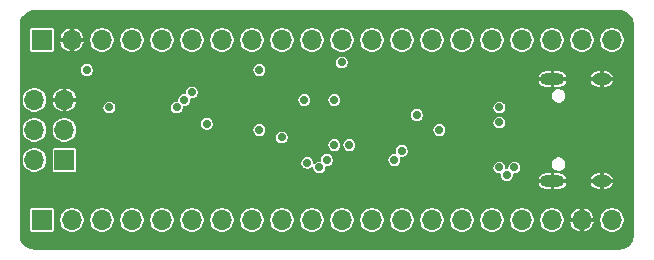
<source format=gbr>
G04 #@! TF.GenerationSoftware,KiCad,Pcbnew,9.0.0+dfsg-1*
G04 #@! TF.CreationDate,2025-03-10T08:37:07+08:00*
G04 #@! TF.ProjectId,gp,67702e6b-6963-4616-945f-706362585858,d*
G04 #@! TF.SameCoordinates,Original*
G04 #@! TF.FileFunction,Copper,L3,Inr*
G04 #@! TF.FilePolarity,Positive*
%FSLAX46Y46*%
G04 Gerber Fmt 4.6, Leading zero omitted, Abs format (unit mm)*
G04 Created by KiCad (PCBNEW 9.0.0+dfsg-1) date 2025-03-10 08:37:07*
%MOMM*%
%LPD*%
G01*
G04 APERTURE LIST*
G04 #@! TA.AperFunction,ComponentPad*
%ADD10R,1.700000X1.700000*%
G04 #@! TD*
G04 #@! TA.AperFunction,ComponentPad*
%ADD11O,1.700000X1.700000*%
G04 #@! TD*
G04 #@! TA.AperFunction,ComponentPad*
%ADD12O,2.100000X1.000000*%
G04 #@! TD*
G04 #@! TA.AperFunction,ComponentPad*
%ADD13O,1.600000X1.000000*%
G04 #@! TD*
G04 #@! TA.AperFunction,ViaPad*
%ADD14C,0.700000*%
G04 #@! TD*
G04 APERTURE END LIST*
D10*
G04 #@! TO.N,RST*
G04 #@! TO.C,J2*
X155575000Y-104140000D03*
D11*
G04 #@! TO.N,+3V3*
X153035000Y-104140000D03*
G04 #@! TO.N,SWCLK*
X155575000Y-101600000D03*
G04 #@! TO.N,SWDIO*
X153035000Y-101600000D03*
G04 #@! TO.N,GND*
X155575000Y-99060000D03*
G04 #@! TO.N,B3*
X153035000Y-99060000D03*
G04 #@! TD*
D12*
G04 #@! TO.N,GND*
G04 #@! TO.C,J1*
X196895000Y-105920000D03*
D13*
X201075000Y-105920000D03*
D12*
X196895000Y-97280000D03*
D13*
X201075000Y-97280000D03*
G04 #@! TD*
D10*
G04 #@! TO.N,+3V3*
G04 #@! TO.C,J4*
X153670000Y-93980000D03*
D11*
G04 #@! TO.N,GND*
X156210000Y-93980000D03*
G04 #@! TO.N,+5V*
X158750000Y-93980000D03*
G04 #@! TO.N,B9*
X161290000Y-93980000D03*
G04 #@! TO.N,B8*
X163830000Y-93980000D03*
G04 #@! TO.N,B7*
X166370000Y-93980000D03*
G04 #@! TO.N,B6*
X168910000Y-93980000D03*
G04 #@! TO.N,B5*
X171450000Y-93980000D03*
G04 #@! TO.N,B4*
X173990000Y-93980000D03*
G04 #@! TO.N,B3*
X176530000Y-93980000D03*
G04 #@! TO.N,A15*
X179070000Y-93980000D03*
G04 #@! TO.N,A12*
X181610000Y-93980000D03*
G04 #@! TO.N,A11*
X184150000Y-93980000D03*
G04 #@! TO.N,A10*
X186690000Y-93980000D03*
G04 #@! TO.N,A9*
X189230000Y-93980000D03*
G04 #@! TO.N,A8*
X191770000Y-93980000D03*
G04 #@! TO.N,B15*
X194310000Y-93980000D03*
G04 #@! TO.N,B14*
X196850000Y-93980000D03*
G04 #@! TO.N,B13*
X199390000Y-93980000D03*
G04 #@! TO.N,B12*
X201930000Y-93980000D03*
G04 #@! TD*
D10*
G04 #@! TO.N,+3V3*
G04 #@! TO.C,J3*
X153670000Y-109220000D03*
D11*
G04 #@! TO.N,C13*
X156210000Y-109220000D03*
G04 #@! TO.N,C14*
X158750000Y-109220000D03*
G04 #@! TO.N,C15*
X161290000Y-109220000D03*
G04 #@! TO.N,RST*
X163830000Y-109220000D03*
G04 #@! TO.N,A0*
X166370000Y-109220000D03*
G04 #@! TO.N,A1*
X168910000Y-109220000D03*
G04 #@! TO.N,A2*
X171450000Y-109220000D03*
G04 #@! TO.N,A3*
X173990000Y-109220000D03*
G04 #@! TO.N,A4*
X176530000Y-109220000D03*
G04 #@! TO.N,A5*
X179070000Y-109220000D03*
G04 #@! TO.N,A6*
X181610000Y-109220000D03*
G04 #@! TO.N,A7*
X184150000Y-109220000D03*
G04 #@! TO.N,B0*
X186690000Y-109220000D03*
G04 #@! TO.N,B1*
X189230000Y-109220000D03*
G04 #@! TO.N,B2*
X191770000Y-109220000D03*
G04 #@! TO.N,B10*
X194310000Y-109220000D03*
G04 #@! TO.N,+3V3*
X196850000Y-109220000D03*
G04 #@! TO.N,GND*
X199390000Y-109220000D03*
G04 #@! TO.N,+5V*
X201930000Y-109220000D03*
G04 #@! TD*
D14*
G04 #@! TO.N,GND*
X186690000Y-105410000D03*
X199390000Y-102870000D03*
X201295000Y-102870000D03*
X169545000Y-103505000D03*
X197485000Y-100330000D03*
X159385000Y-104140000D03*
X187960000Y-103505000D03*
X197485000Y-102870000D03*
X175895000Y-102870000D03*
X170815000Y-99060000D03*
X171450000Y-106045000D03*
X201295000Y-100330000D03*
X199390000Y-100330000D03*
X188976000Y-104648000D03*
X188976000Y-105410000D03*
X187960000Y-102616000D03*
G04 #@! TO.N,VBUS*
X192405000Y-104775000D03*
X193040000Y-105410000D03*
X193675000Y-104775000D03*
G04 #@! TO.N,+3V3*
X179070000Y-95885000D03*
X172085000Y-101600000D03*
X176143883Y-104388883D03*
X187325000Y-101600000D03*
X159385000Y-99695000D03*
X184150000Y-103365000D03*
G04 #@! TO.N,C13*
X185420000Y-100330000D03*
X173990000Y-102235000D03*
G04 #@! TO.N,A12*
X192405000Y-99695000D03*
G04 #@! TO.N,A11*
X192405000Y-100965000D03*
G04 #@! TO.N,A7*
X179705000Y-102870000D03*
X166370000Y-98425000D03*
G04 #@! TO.N,A6*
X165735000Y-99060000D03*
X178435000Y-102870000D03*
G04 #@! TO.N,A5*
X165100000Y-99695000D03*
X177800000Y-104140000D03*
G04 #@! TO.N,A4*
X167640000Y-101075700D03*
X177165000Y-104775000D03*
G04 #@! TO.N,BO0*
X172085000Y-96520000D03*
X183515000Y-104140000D03*
X157480000Y-96520000D03*
G04 #@! TO.N,SWCLK*
X175895000Y-99060000D03*
G04 #@! TO.N,SWDIO*
X178435000Y-99060000D03*
G04 #@! TD*
G04 #@! TA.AperFunction,Conductor*
G04 #@! TO.N,GND*
G36*
X202567947Y-91465731D02*
G01*
X202753791Y-91480358D01*
X202765430Y-91482201D01*
X202943817Y-91525028D01*
X202955033Y-91528672D01*
X203124528Y-91598879D01*
X203135036Y-91604234D01*
X203291455Y-91700088D01*
X203301002Y-91707024D01*
X203440498Y-91826166D01*
X203448837Y-91834505D01*
X203567975Y-91973997D01*
X203574911Y-91983544D01*
X203670765Y-92139963D01*
X203676123Y-92150477D01*
X203746326Y-92319963D01*
X203749972Y-92331186D01*
X203792796Y-92509561D01*
X203794642Y-92521216D01*
X203809268Y-92707052D01*
X203809500Y-92712952D01*
X203809500Y-110487047D01*
X203809268Y-110492947D01*
X203794642Y-110678783D01*
X203792796Y-110690438D01*
X203749972Y-110868813D01*
X203746326Y-110880036D01*
X203676123Y-111049522D01*
X203670765Y-111060036D01*
X203574911Y-111216455D01*
X203567975Y-111226002D01*
X203448837Y-111365494D01*
X203440494Y-111373837D01*
X203301002Y-111492975D01*
X203291455Y-111499911D01*
X203135036Y-111595765D01*
X203124522Y-111601123D01*
X202955036Y-111671326D01*
X202943813Y-111674972D01*
X202765438Y-111717796D01*
X202753783Y-111719642D01*
X202567948Y-111734268D01*
X202562048Y-111734500D01*
X153037952Y-111734500D01*
X153032052Y-111734268D01*
X152846216Y-111719642D01*
X152834561Y-111717796D01*
X152656186Y-111674972D01*
X152644963Y-111671326D01*
X152475477Y-111601123D01*
X152464963Y-111595765D01*
X152308544Y-111499911D01*
X152298997Y-111492975D01*
X152259027Y-111458838D01*
X152159501Y-111373833D01*
X152151166Y-111365498D01*
X152032024Y-111226002D01*
X152025088Y-111216455D01*
X151929234Y-111060036D01*
X151923879Y-111049528D01*
X151853672Y-110880033D01*
X151850027Y-110868813D01*
X151807201Y-110690430D01*
X151805358Y-110678791D01*
X151790732Y-110492947D01*
X151790500Y-110487047D01*
X151790500Y-108354942D01*
X152667100Y-108354942D01*
X152667100Y-110085055D01*
X152667101Y-110085057D01*
X152675972Y-110129659D01*
X152709764Y-110180232D01*
X152709765Y-110180232D01*
X152709766Y-110180234D01*
X152760342Y-110214028D01*
X152804943Y-110222900D01*
X154535056Y-110222899D01*
X154579658Y-110214028D01*
X154630234Y-110180234D01*
X154664028Y-110129658D01*
X154672900Y-110085057D01*
X154672899Y-109121222D01*
X155207100Y-109121222D01*
X155207100Y-109318777D01*
X155245641Y-109512537D01*
X155245642Y-109512538D01*
X155321241Y-109695051D01*
X155430996Y-109859312D01*
X155430997Y-109859313D01*
X155431000Y-109859317D01*
X155570682Y-109998999D01*
X155570685Y-109999001D01*
X155570688Y-109999004D01*
X155734949Y-110108759D01*
X155917461Y-110184357D01*
X155917462Y-110184358D01*
X155917463Y-110184358D01*
X155917465Y-110184359D01*
X156047218Y-110210168D01*
X156111222Y-110222900D01*
X156111223Y-110222900D01*
X156308778Y-110222900D01*
X156364967Y-110211723D01*
X156502535Y-110184359D01*
X156685051Y-110108759D01*
X156849312Y-109999004D01*
X156989004Y-109859312D01*
X157098759Y-109695051D01*
X157174359Y-109512535D01*
X157212900Y-109318777D01*
X157212900Y-109121223D01*
X157212900Y-109121222D01*
X157747100Y-109121222D01*
X157747100Y-109318777D01*
X157785641Y-109512537D01*
X157785642Y-109512538D01*
X157861241Y-109695051D01*
X157970996Y-109859312D01*
X157970997Y-109859313D01*
X157971000Y-109859317D01*
X158110682Y-109998999D01*
X158110685Y-109999001D01*
X158110688Y-109999004D01*
X158274949Y-110108759D01*
X158457461Y-110184357D01*
X158457462Y-110184358D01*
X158457463Y-110184358D01*
X158457465Y-110184359D01*
X158587218Y-110210168D01*
X158651222Y-110222900D01*
X158651223Y-110222900D01*
X158848778Y-110222900D01*
X158904967Y-110211723D01*
X159042535Y-110184359D01*
X159225051Y-110108759D01*
X159389312Y-109999004D01*
X159529004Y-109859312D01*
X159638759Y-109695051D01*
X159714359Y-109512535D01*
X159752900Y-109318777D01*
X159752900Y-109121223D01*
X159752900Y-109121222D01*
X160287100Y-109121222D01*
X160287100Y-109318777D01*
X160325641Y-109512537D01*
X160325642Y-109512538D01*
X160401241Y-109695051D01*
X160510996Y-109859312D01*
X160510997Y-109859313D01*
X160511000Y-109859317D01*
X160650682Y-109998999D01*
X160650685Y-109999001D01*
X160650688Y-109999004D01*
X160814949Y-110108759D01*
X160997461Y-110184357D01*
X160997462Y-110184358D01*
X160997463Y-110184358D01*
X160997465Y-110184359D01*
X161127218Y-110210168D01*
X161191222Y-110222900D01*
X161191223Y-110222900D01*
X161388778Y-110222900D01*
X161444967Y-110211723D01*
X161582535Y-110184359D01*
X161765051Y-110108759D01*
X161929312Y-109999004D01*
X162069004Y-109859312D01*
X162178759Y-109695051D01*
X162254359Y-109512535D01*
X162292900Y-109318777D01*
X162292900Y-109121223D01*
X162292900Y-109121222D01*
X162827100Y-109121222D01*
X162827100Y-109318777D01*
X162865641Y-109512537D01*
X162865642Y-109512538D01*
X162941241Y-109695051D01*
X163050996Y-109859312D01*
X163050997Y-109859313D01*
X163051000Y-109859317D01*
X163190682Y-109998999D01*
X163190685Y-109999001D01*
X163190688Y-109999004D01*
X163354949Y-110108759D01*
X163537461Y-110184357D01*
X163537462Y-110184358D01*
X163537463Y-110184358D01*
X163537465Y-110184359D01*
X163667218Y-110210168D01*
X163731222Y-110222900D01*
X163731223Y-110222900D01*
X163928778Y-110222900D01*
X163984967Y-110211723D01*
X164122535Y-110184359D01*
X164305051Y-110108759D01*
X164469312Y-109999004D01*
X164609004Y-109859312D01*
X164718759Y-109695051D01*
X164794359Y-109512535D01*
X164832900Y-109318777D01*
X164832900Y-109121223D01*
X164832900Y-109121222D01*
X165367100Y-109121222D01*
X165367100Y-109318777D01*
X165405641Y-109512537D01*
X165405642Y-109512538D01*
X165481241Y-109695051D01*
X165590996Y-109859312D01*
X165590997Y-109859313D01*
X165591000Y-109859317D01*
X165730682Y-109998999D01*
X165730685Y-109999001D01*
X165730688Y-109999004D01*
X165894949Y-110108759D01*
X166077461Y-110184357D01*
X166077462Y-110184358D01*
X166077463Y-110184358D01*
X166077465Y-110184359D01*
X166207218Y-110210168D01*
X166271222Y-110222900D01*
X166271223Y-110222900D01*
X166468778Y-110222900D01*
X166524967Y-110211723D01*
X166662535Y-110184359D01*
X166845051Y-110108759D01*
X167009312Y-109999004D01*
X167149004Y-109859312D01*
X167258759Y-109695051D01*
X167334359Y-109512535D01*
X167372900Y-109318777D01*
X167372900Y-109121223D01*
X167372900Y-109121222D01*
X167907100Y-109121222D01*
X167907100Y-109318777D01*
X167945641Y-109512537D01*
X167945642Y-109512538D01*
X168021241Y-109695051D01*
X168130996Y-109859312D01*
X168130997Y-109859313D01*
X168131000Y-109859317D01*
X168270682Y-109998999D01*
X168270685Y-109999001D01*
X168270688Y-109999004D01*
X168434949Y-110108759D01*
X168617461Y-110184357D01*
X168617462Y-110184358D01*
X168617463Y-110184358D01*
X168617465Y-110184359D01*
X168747218Y-110210168D01*
X168811222Y-110222900D01*
X168811223Y-110222900D01*
X169008778Y-110222900D01*
X169064967Y-110211723D01*
X169202535Y-110184359D01*
X169385051Y-110108759D01*
X169549312Y-109999004D01*
X169689004Y-109859312D01*
X169798759Y-109695051D01*
X169874359Y-109512535D01*
X169912900Y-109318777D01*
X169912900Y-109121223D01*
X169912900Y-109121222D01*
X170447100Y-109121222D01*
X170447100Y-109318777D01*
X170485641Y-109512537D01*
X170485642Y-109512538D01*
X170561241Y-109695051D01*
X170670996Y-109859312D01*
X170670997Y-109859313D01*
X170671000Y-109859317D01*
X170810682Y-109998999D01*
X170810685Y-109999001D01*
X170810688Y-109999004D01*
X170974949Y-110108759D01*
X171157461Y-110184357D01*
X171157462Y-110184358D01*
X171157463Y-110184358D01*
X171157465Y-110184359D01*
X171287218Y-110210168D01*
X171351222Y-110222900D01*
X171351223Y-110222900D01*
X171548778Y-110222900D01*
X171604967Y-110211723D01*
X171742535Y-110184359D01*
X171925051Y-110108759D01*
X172089312Y-109999004D01*
X172229004Y-109859312D01*
X172338759Y-109695051D01*
X172414359Y-109512535D01*
X172452900Y-109318777D01*
X172452900Y-109121223D01*
X172452900Y-109121222D01*
X172987100Y-109121222D01*
X172987100Y-109318777D01*
X173025641Y-109512537D01*
X173025642Y-109512538D01*
X173101241Y-109695051D01*
X173210996Y-109859312D01*
X173210997Y-109859313D01*
X173211000Y-109859317D01*
X173350682Y-109998999D01*
X173350685Y-109999001D01*
X173350688Y-109999004D01*
X173514949Y-110108759D01*
X173697461Y-110184357D01*
X173697462Y-110184358D01*
X173697463Y-110184358D01*
X173697465Y-110184359D01*
X173827218Y-110210168D01*
X173891222Y-110222900D01*
X173891223Y-110222900D01*
X174088778Y-110222900D01*
X174144967Y-110211723D01*
X174282535Y-110184359D01*
X174465051Y-110108759D01*
X174629312Y-109999004D01*
X174769004Y-109859312D01*
X174878759Y-109695051D01*
X174954359Y-109512535D01*
X174992900Y-109318777D01*
X174992900Y-109121223D01*
X174992900Y-109121222D01*
X175527100Y-109121222D01*
X175527100Y-109318777D01*
X175565641Y-109512537D01*
X175565642Y-109512538D01*
X175641241Y-109695051D01*
X175750996Y-109859312D01*
X175750997Y-109859313D01*
X175751000Y-109859317D01*
X175890682Y-109998999D01*
X175890685Y-109999001D01*
X175890688Y-109999004D01*
X176054949Y-110108759D01*
X176237461Y-110184357D01*
X176237462Y-110184358D01*
X176237463Y-110184358D01*
X176237465Y-110184359D01*
X176367218Y-110210168D01*
X176431222Y-110222900D01*
X176431223Y-110222900D01*
X176628778Y-110222900D01*
X176684967Y-110211723D01*
X176822535Y-110184359D01*
X177005051Y-110108759D01*
X177169312Y-109999004D01*
X177309004Y-109859312D01*
X177418759Y-109695051D01*
X177494359Y-109512535D01*
X177532900Y-109318777D01*
X177532900Y-109121223D01*
X177532900Y-109121222D01*
X178067100Y-109121222D01*
X178067100Y-109318777D01*
X178105641Y-109512537D01*
X178105642Y-109512538D01*
X178181241Y-109695051D01*
X178290996Y-109859312D01*
X178290997Y-109859313D01*
X178291000Y-109859317D01*
X178430682Y-109998999D01*
X178430685Y-109999001D01*
X178430688Y-109999004D01*
X178594949Y-110108759D01*
X178777461Y-110184357D01*
X178777462Y-110184358D01*
X178777463Y-110184358D01*
X178777465Y-110184359D01*
X178907218Y-110210168D01*
X178971222Y-110222900D01*
X178971223Y-110222900D01*
X179168778Y-110222900D01*
X179224967Y-110211723D01*
X179362535Y-110184359D01*
X179545051Y-110108759D01*
X179709312Y-109999004D01*
X179849004Y-109859312D01*
X179958759Y-109695051D01*
X180034359Y-109512535D01*
X180072900Y-109318777D01*
X180072900Y-109121223D01*
X180072900Y-109121222D01*
X180607100Y-109121222D01*
X180607100Y-109318777D01*
X180645641Y-109512537D01*
X180645642Y-109512538D01*
X180721241Y-109695051D01*
X180830996Y-109859312D01*
X180830997Y-109859313D01*
X180831000Y-109859317D01*
X180970682Y-109998999D01*
X180970685Y-109999001D01*
X180970688Y-109999004D01*
X181134949Y-110108759D01*
X181317461Y-110184357D01*
X181317462Y-110184358D01*
X181317463Y-110184358D01*
X181317465Y-110184359D01*
X181447218Y-110210168D01*
X181511222Y-110222900D01*
X181511223Y-110222900D01*
X181708778Y-110222900D01*
X181764967Y-110211723D01*
X181902535Y-110184359D01*
X182085051Y-110108759D01*
X182249312Y-109999004D01*
X182389004Y-109859312D01*
X182498759Y-109695051D01*
X182574359Y-109512535D01*
X182612900Y-109318777D01*
X182612900Y-109121223D01*
X182612900Y-109121222D01*
X183147100Y-109121222D01*
X183147100Y-109318777D01*
X183185641Y-109512537D01*
X183185642Y-109512538D01*
X183261241Y-109695051D01*
X183370996Y-109859312D01*
X183370997Y-109859313D01*
X183371000Y-109859317D01*
X183510682Y-109998999D01*
X183510685Y-109999001D01*
X183510688Y-109999004D01*
X183674949Y-110108759D01*
X183857461Y-110184357D01*
X183857462Y-110184358D01*
X183857463Y-110184358D01*
X183857465Y-110184359D01*
X183987218Y-110210168D01*
X184051222Y-110222900D01*
X184051223Y-110222900D01*
X184248778Y-110222900D01*
X184304967Y-110211723D01*
X184442535Y-110184359D01*
X184625051Y-110108759D01*
X184789312Y-109999004D01*
X184929004Y-109859312D01*
X185038759Y-109695051D01*
X185114359Y-109512535D01*
X185152900Y-109318777D01*
X185152900Y-109121223D01*
X185152900Y-109121222D01*
X185687100Y-109121222D01*
X185687100Y-109318777D01*
X185725641Y-109512537D01*
X185725642Y-109512538D01*
X185801241Y-109695051D01*
X185910996Y-109859312D01*
X185910997Y-109859313D01*
X185911000Y-109859317D01*
X186050682Y-109998999D01*
X186050685Y-109999001D01*
X186050688Y-109999004D01*
X186214949Y-110108759D01*
X186397461Y-110184357D01*
X186397462Y-110184358D01*
X186397463Y-110184358D01*
X186397465Y-110184359D01*
X186527218Y-110210168D01*
X186591222Y-110222900D01*
X186591223Y-110222900D01*
X186788778Y-110222900D01*
X186844967Y-110211723D01*
X186982535Y-110184359D01*
X187165051Y-110108759D01*
X187329312Y-109999004D01*
X187469004Y-109859312D01*
X187578759Y-109695051D01*
X187654359Y-109512535D01*
X187692900Y-109318777D01*
X187692900Y-109121223D01*
X187692900Y-109121222D01*
X188227100Y-109121222D01*
X188227100Y-109318777D01*
X188265641Y-109512537D01*
X188265642Y-109512538D01*
X188341241Y-109695051D01*
X188450996Y-109859312D01*
X188450997Y-109859313D01*
X188451000Y-109859317D01*
X188590682Y-109998999D01*
X188590685Y-109999001D01*
X188590688Y-109999004D01*
X188754949Y-110108759D01*
X188937461Y-110184357D01*
X188937462Y-110184358D01*
X188937463Y-110184358D01*
X188937465Y-110184359D01*
X189067218Y-110210168D01*
X189131222Y-110222900D01*
X189131223Y-110222900D01*
X189328778Y-110222900D01*
X189384967Y-110211723D01*
X189522535Y-110184359D01*
X189705051Y-110108759D01*
X189869312Y-109999004D01*
X190009004Y-109859312D01*
X190118759Y-109695051D01*
X190194359Y-109512535D01*
X190232900Y-109318777D01*
X190232900Y-109121223D01*
X190232900Y-109121222D01*
X190767100Y-109121222D01*
X190767100Y-109318777D01*
X190805641Y-109512537D01*
X190805642Y-109512538D01*
X190881241Y-109695051D01*
X190990996Y-109859312D01*
X190990997Y-109859313D01*
X190991000Y-109859317D01*
X191130682Y-109998999D01*
X191130685Y-109999001D01*
X191130688Y-109999004D01*
X191294949Y-110108759D01*
X191477461Y-110184357D01*
X191477462Y-110184358D01*
X191477463Y-110184358D01*
X191477465Y-110184359D01*
X191607218Y-110210168D01*
X191671222Y-110222900D01*
X191671223Y-110222900D01*
X191868778Y-110222900D01*
X191924967Y-110211723D01*
X192062535Y-110184359D01*
X192245051Y-110108759D01*
X192409312Y-109999004D01*
X192549004Y-109859312D01*
X192658759Y-109695051D01*
X192734359Y-109512535D01*
X192772900Y-109318777D01*
X192772900Y-109121223D01*
X192772900Y-109121222D01*
X193307100Y-109121222D01*
X193307100Y-109318777D01*
X193345641Y-109512537D01*
X193345642Y-109512538D01*
X193421241Y-109695051D01*
X193530996Y-109859312D01*
X193530997Y-109859313D01*
X193531000Y-109859317D01*
X193670682Y-109998999D01*
X193670685Y-109999001D01*
X193670688Y-109999004D01*
X193834949Y-110108759D01*
X194017461Y-110184357D01*
X194017462Y-110184358D01*
X194017463Y-110184358D01*
X194017465Y-110184359D01*
X194147218Y-110210168D01*
X194211222Y-110222900D01*
X194211223Y-110222900D01*
X194408778Y-110222900D01*
X194464967Y-110211723D01*
X194602535Y-110184359D01*
X194785051Y-110108759D01*
X194949312Y-109999004D01*
X195089004Y-109859312D01*
X195198759Y-109695051D01*
X195274359Y-109512535D01*
X195312900Y-109318777D01*
X195312900Y-109121223D01*
X195312900Y-109121222D01*
X195847100Y-109121222D01*
X195847100Y-109318777D01*
X195885641Y-109512537D01*
X195885642Y-109512538D01*
X195961241Y-109695051D01*
X196070996Y-109859312D01*
X196070997Y-109859313D01*
X196071000Y-109859317D01*
X196210682Y-109998999D01*
X196210685Y-109999001D01*
X196210688Y-109999004D01*
X196374949Y-110108759D01*
X196557461Y-110184357D01*
X196557462Y-110184358D01*
X196557463Y-110184358D01*
X196557465Y-110184359D01*
X196687218Y-110210168D01*
X196751222Y-110222900D01*
X196751223Y-110222900D01*
X196948778Y-110222900D01*
X197004967Y-110211723D01*
X197142535Y-110184359D01*
X197325051Y-110108759D01*
X197489312Y-109999004D01*
X197629004Y-109859312D01*
X197738759Y-109695051D01*
X197814359Y-109512535D01*
X197852900Y-109318777D01*
X197852900Y-109121223D01*
X197851446Y-109113914D01*
X197849173Y-109102483D01*
X197842234Y-109067600D01*
X198398276Y-109067600D01*
X198913198Y-109067600D01*
X198890000Y-109154174D01*
X198890000Y-109285826D01*
X198913198Y-109372400D01*
X198398276Y-109372400D01*
X198426121Y-109512385D01*
X198426122Y-109512388D01*
X198501684Y-109694812D01*
X198611389Y-109858998D01*
X198751001Y-109998610D01*
X198915187Y-110108315D01*
X199097607Y-110183876D01*
X199097608Y-110183877D01*
X199237599Y-110211723D01*
X199237600Y-110211723D01*
X199237600Y-109696802D01*
X199324174Y-109720000D01*
X199455826Y-109720000D01*
X199542400Y-109696802D01*
X199542400Y-110211723D01*
X199682391Y-110183877D01*
X199682392Y-110183876D01*
X199864812Y-110108315D01*
X200028998Y-109998610D01*
X200168610Y-109858998D01*
X200278315Y-109694812D01*
X200353877Y-109512388D01*
X200353878Y-109512385D01*
X200381724Y-109372400D01*
X199866802Y-109372400D01*
X199890000Y-109285826D01*
X199890000Y-109154174D01*
X199881170Y-109121222D01*
X200927100Y-109121222D01*
X200927100Y-109318777D01*
X200965641Y-109512537D01*
X200965642Y-109512538D01*
X201041241Y-109695051D01*
X201150996Y-109859312D01*
X201150997Y-109859313D01*
X201151000Y-109859317D01*
X201290682Y-109998999D01*
X201290685Y-109999001D01*
X201290688Y-109999004D01*
X201454949Y-110108759D01*
X201637461Y-110184357D01*
X201637462Y-110184358D01*
X201637463Y-110184358D01*
X201637465Y-110184359D01*
X201767218Y-110210168D01*
X201831222Y-110222900D01*
X201831223Y-110222900D01*
X202028778Y-110222900D01*
X202084967Y-110211723D01*
X202222535Y-110184359D01*
X202405051Y-110108759D01*
X202569312Y-109999004D01*
X202709004Y-109859312D01*
X202818759Y-109695051D01*
X202894359Y-109512535D01*
X202932900Y-109318777D01*
X202932900Y-109121223D01*
X202932899Y-109121220D01*
X202914159Y-109027007D01*
X202894359Y-108927465D01*
X202818759Y-108744949D01*
X202709004Y-108580688D01*
X202709001Y-108580685D01*
X202708999Y-108580682D01*
X202569317Y-108441000D01*
X202569313Y-108440997D01*
X202569312Y-108440996D01*
X202405051Y-108331241D01*
X202405049Y-108331240D01*
X202222538Y-108255642D01*
X202222537Y-108255641D01*
X202028778Y-108217100D01*
X202028777Y-108217100D01*
X201831223Y-108217100D01*
X201831222Y-108217100D01*
X201637462Y-108255641D01*
X201637461Y-108255642D01*
X201454950Y-108331240D01*
X201290682Y-108441000D01*
X201151000Y-108580682D01*
X201041240Y-108744950D01*
X200965642Y-108927461D01*
X200965641Y-108927462D01*
X200927100Y-109121222D01*
X199881170Y-109121222D01*
X199866802Y-109067600D01*
X200381724Y-109067600D01*
X200353878Y-108927614D01*
X200353877Y-108927611D01*
X200278315Y-108745187D01*
X200168610Y-108581001D01*
X200028998Y-108441389D01*
X199864812Y-108331684D01*
X199682388Y-108256122D01*
X199682385Y-108256121D01*
X199542400Y-108228276D01*
X199542400Y-108743197D01*
X199455826Y-108720000D01*
X199324174Y-108720000D01*
X199237600Y-108743197D01*
X199237600Y-108228276D01*
X199097614Y-108256121D01*
X199097611Y-108256122D01*
X198915187Y-108331684D01*
X198751001Y-108441389D01*
X198611389Y-108581001D01*
X198501684Y-108745187D01*
X198426122Y-108927611D01*
X198426121Y-108927614D01*
X198398276Y-109067600D01*
X197842234Y-109067600D01*
X197831357Y-109012922D01*
X197814359Y-108927465D01*
X197738759Y-108744949D01*
X197629004Y-108580688D01*
X197629001Y-108580685D01*
X197628999Y-108580682D01*
X197489317Y-108441000D01*
X197489313Y-108440997D01*
X197489312Y-108440996D01*
X197325051Y-108331241D01*
X197325049Y-108331240D01*
X197142538Y-108255642D01*
X197142537Y-108255641D01*
X196948778Y-108217100D01*
X196948777Y-108217100D01*
X196751223Y-108217100D01*
X196751222Y-108217100D01*
X196557462Y-108255641D01*
X196557461Y-108255642D01*
X196374950Y-108331240D01*
X196210682Y-108441000D01*
X196071000Y-108580682D01*
X195961240Y-108744950D01*
X195885642Y-108927461D01*
X195885641Y-108927462D01*
X195847100Y-109121222D01*
X195312900Y-109121222D01*
X195312899Y-109121220D01*
X195294159Y-109027007D01*
X195274359Y-108927465D01*
X195198759Y-108744949D01*
X195089004Y-108580688D01*
X195089001Y-108580685D01*
X195088999Y-108580682D01*
X194949317Y-108441000D01*
X194949313Y-108440997D01*
X194949312Y-108440996D01*
X194785051Y-108331241D01*
X194785049Y-108331240D01*
X194602538Y-108255642D01*
X194602537Y-108255641D01*
X194408778Y-108217100D01*
X194408777Y-108217100D01*
X194211223Y-108217100D01*
X194211222Y-108217100D01*
X194017462Y-108255641D01*
X194017461Y-108255642D01*
X193834950Y-108331240D01*
X193670682Y-108441000D01*
X193531000Y-108580682D01*
X193421240Y-108744950D01*
X193345642Y-108927461D01*
X193345641Y-108927462D01*
X193307100Y-109121222D01*
X192772900Y-109121222D01*
X192772899Y-109121220D01*
X192754159Y-109027007D01*
X192734359Y-108927465D01*
X192658759Y-108744949D01*
X192549004Y-108580688D01*
X192549001Y-108580685D01*
X192548999Y-108580682D01*
X192409317Y-108441000D01*
X192409313Y-108440997D01*
X192409312Y-108440996D01*
X192245051Y-108331241D01*
X192245049Y-108331240D01*
X192062538Y-108255642D01*
X192062537Y-108255641D01*
X191868778Y-108217100D01*
X191868777Y-108217100D01*
X191671223Y-108217100D01*
X191671222Y-108217100D01*
X191477462Y-108255641D01*
X191477461Y-108255642D01*
X191294950Y-108331240D01*
X191130682Y-108441000D01*
X190991000Y-108580682D01*
X190881240Y-108744950D01*
X190805642Y-108927461D01*
X190805641Y-108927462D01*
X190767100Y-109121222D01*
X190232900Y-109121222D01*
X190232899Y-109121220D01*
X190214159Y-109027007D01*
X190194359Y-108927465D01*
X190118759Y-108744949D01*
X190009004Y-108580688D01*
X190009001Y-108580685D01*
X190008999Y-108580682D01*
X189869317Y-108441000D01*
X189869313Y-108440997D01*
X189869312Y-108440996D01*
X189705051Y-108331241D01*
X189705049Y-108331240D01*
X189522538Y-108255642D01*
X189522537Y-108255641D01*
X189328778Y-108217100D01*
X189328777Y-108217100D01*
X189131223Y-108217100D01*
X189131222Y-108217100D01*
X188937462Y-108255641D01*
X188937461Y-108255642D01*
X188754950Y-108331240D01*
X188590682Y-108441000D01*
X188451000Y-108580682D01*
X188341240Y-108744950D01*
X188265642Y-108927461D01*
X188265641Y-108927462D01*
X188227100Y-109121222D01*
X187692900Y-109121222D01*
X187692899Y-109121220D01*
X187674159Y-109027007D01*
X187654359Y-108927465D01*
X187578759Y-108744949D01*
X187469004Y-108580688D01*
X187469001Y-108580685D01*
X187468999Y-108580682D01*
X187329317Y-108441000D01*
X187329313Y-108440997D01*
X187329312Y-108440996D01*
X187165051Y-108331241D01*
X187165049Y-108331240D01*
X186982538Y-108255642D01*
X186982537Y-108255641D01*
X186788778Y-108217100D01*
X186788777Y-108217100D01*
X186591223Y-108217100D01*
X186591222Y-108217100D01*
X186397462Y-108255641D01*
X186397461Y-108255642D01*
X186214950Y-108331240D01*
X186050682Y-108441000D01*
X185911000Y-108580682D01*
X185801240Y-108744950D01*
X185725642Y-108927461D01*
X185725641Y-108927462D01*
X185687100Y-109121222D01*
X185152900Y-109121222D01*
X185152899Y-109121220D01*
X185134159Y-109027007D01*
X185114359Y-108927465D01*
X185038759Y-108744949D01*
X184929004Y-108580688D01*
X184929001Y-108580685D01*
X184928999Y-108580682D01*
X184789317Y-108441000D01*
X184789313Y-108440997D01*
X184789312Y-108440996D01*
X184625051Y-108331241D01*
X184625049Y-108331240D01*
X184442538Y-108255642D01*
X184442537Y-108255641D01*
X184248778Y-108217100D01*
X184248777Y-108217100D01*
X184051223Y-108217100D01*
X184051222Y-108217100D01*
X183857462Y-108255641D01*
X183857461Y-108255642D01*
X183674950Y-108331240D01*
X183510682Y-108441000D01*
X183371000Y-108580682D01*
X183261240Y-108744950D01*
X183185642Y-108927461D01*
X183185641Y-108927462D01*
X183147100Y-109121222D01*
X182612900Y-109121222D01*
X182612899Y-109121220D01*
X182594159Y-109027007D01*
X182574359Y-108927465D01*
X182498759Y-108744949D01*
X182389004Y-108580688D01*
X182389001Y-108580685D01*
X182388999Y-108580682D01*
X182249317Y-108441000D01*
X182249313Y-108440997D01*
X182249312Y-108440996D01*
X182085051Y-108331241D01*
X182085049Y-108331240D01*
X181902538Y-108255642D01*
X181902537Y-108255641D01*
X181708778Y-108217100D01*
X181708777Y-108217100D01*
X181511223Y-108217100D01*
X181511222Y-108217100D01*
X181317462Y-108255641D01*
X181317461Y-108255642D01*
X181134950Y-108331240D01*
X180970682Y-108441000D01*
X180831000Y-108580682D01*
X180721240Y-108744950D01*
X180645642Y-108927461D01*
X180645641Y-108927462D01*
X180607100Y-109121222D01*
X180072900Y-109121222D01*
X180072899Y-109121220D01*
X180054159Y-109027007D01*
X180034359Y-108927465D01*
X179958759Y-108744949D01*
X179849004Y-108580688D01*
X179849001Y-108580685D01*
X179848999Y-108580682D01*
X179709317Y-108441000D01*
X179709313Y-108440997D01*
X179709312Y-108440996D01*
X179545051Y-108331241D01*
X179545049Y-108331240D01*
X179362538Y-108255642D01*
X179362537Y-108255641D01*
X179168778Y-108217100D01*
X179168777Y-108217100D01*
X178971223Y-108217100D01*
X178971222Y-108217100D01*
X178777462Y-108255641D01*
X178777461Y-108255642D01*
X178594950Y-108331240D01*
X178430682Y-108441000D01*
X178291000Y-108580682D01*
X178181240Y-108744950D01*
X178105642Y-108927461D01*
X178105641Y-108927462D01*
X178067100Y-109121222D01*
X177532900Y-109121222D01*
X177532899Y-109121220D01*
X177514159Y-109027007D01*
X177494359Y-108927465D01*
X177418759Y-108744949D01*
X177309004Y-108580688D01*
X177309001Y-108580685D01*
X177308999Y-108580682D01*
X177169317Y-108441000D01*
X177169313Y-108440997D01*
X177169312Y-108440996D01*
X177005051Y-108331241D01*
X177005049Y-108331240D01*
X176822538Y-108255642D01*
X176822537Y-108255641D01*
X176628778Y-108217100D01*
X176628777Y-108217100D01*
X176431223Y-108217100D01*
X176431222Y-108217100D01*
X176237462Y-108255641D01*
X176237461Y-108255642D01*
X176054950Y-108331240D01*
X175890682Y-108441000D01*
X175751000Y-108580682D01*
X175641240Y-108744950D01*
X175565642Y-108927461D01*
X175565641Y-108927462D01*
X175527100Y-109121222D01*
X174992900Y-109121222D01*
X174992899Y-109121220D01*
X174974159Y-109027007D01*
X174954359Y-108927465D01*
X174878759Y-108744949D01*
X174769004Y-108580688D01*
X174769001Y-108580685D01*
X174768999Y-108580682D01*
X174629317Y-108441000D01*
X174629313Y-108440997D01*
X174629312Y-108440996D01*
X174465051Y-108331241D01*
X174465049Y-108331240D01*
X174282538Y-108255642D01*
X174282537Y-108255641D01*
X174088778Y-108217100D01*
X174088777Y-108217100D01*
X173891223Y-108217100D01*
X173891222Y-108217100D01*
X173697462Y-108255641D01*
X173697461Y-108255642D01*
X173514950Y-108331240D01*
X173350682Y-108441000D01*
X173211000Y-108580682D01*
X173101240Y-108744950D01*
X173025642Y-108927461D01*
X173025641Y-108927462D01*
X172987100Y-109121222D01*
X172452900Y-109121222D01*
X172452899Y-109121220D01*
X172434159Y-109027007D01*
X172414359Y-108927465D01*
X172338759Y-108744949D01*
X172229004Y-108580688D01*
X172229001Y-108580685D01*
X172228999Y-108580682D01*
X172089317Y-108441000D01*
X172089313Y-108440997D01*
X172089312Y-108440996D01*
X171925051Y-108331241D01*
X171925049Y-108331240D01*
X171742538Y-108255642D01*
X171742537Y-108255641D01*
X171548778Y-108217100D01*
X171548777Y-108217100D01*
X171351223Y-108217100D01*
X171351222Y-108217100D01*
X171157462Y-108255641D01*
X171157461Y-108255642D01*
X170974950Y-108331240D01*
X170810682Y-108441000D01*
X170671000Y-108580682D01*
X170561240Y-108744950D01*
X170485642Y-108927461D01*
X170485641Y-108927462D01*
X170447100Y-109121222D01*
X169912900Y-109121222D01*
X169912899Y-109121220D01*
X169894159Y-109027007D01*
X169874359Y-108927465D01*
X169798759Y-108744949D01*
X169689004Y-108580688D01*
X169689001Y-108580685D01*
X169688999Y-108580682D01*
X169549317Y-108441000D01*
X169549313Y-108440997D01*
X169549312Y-108440996D01*
X169385051Y-108331241D01*
X169385049Y-108331240D01*
X169202538Y-108255642D01*
X169202537Y-108255641D01*
X169008778Y-108217100D01*
X169008777Y-108217100D01*
X168811223Y-108217100D01*
X168811222Y-108217100D01*
X168617462Y-108255641D01*
X168617461Y-108255642D01*
X168434950Y-108331240D01*
X168270682Y-108441000D01*
X168131000Y-108580682D01*
X168021240Y-108744950D01*
X167945642Y-108927461D01*
X167945641Y-108927462D01*
X167907100Y-109121222D01*
X167372900Y-109121222D01*
X167372899Y-109121220D01*
X167354159Y-109027007D01*
X167334359Y-108927465D01*
X167258759Y-108744949D01*
X167149004Y-108580688D01*
X167149001Y-108580685D01*
X167148999Y-108580682D01*
X167009317Y-108441000D01*
X167009313Y-108440997D01*
X167009312Y-108440996D01*
X166845051Y-108331241D01*
X166845049Y-108331240D01*
X166662538Y-108255642D01*
X166662537Y-108255641D01*
X166468778Y-108217100D01*
X166468777Y-108217100D01*
X166271223Y-108217100D01*
X166271222Y-108217100D01*
X166077462Y-108255641D01*
X166077461Y-108255642D01*
X165894950Y-108331240D01*
X165730682Y-108441000D01*
X165591000Y-108580682D01*
X165481240Y-108744950D01*
X165405642Y-108927461D01*
X165405641Y-108927462D01*
X165367100Y-109121222D01*
X164832900Y-109121222D01*
X164832899Y-109121220D01*
X164814159Y-109027007D01*
X164794359Y-108927465D01*
X164718759Y-108744949D01*
X164609004Y-108580688D01*
X164609001Y-108580685D01*
X164608999Y-108580682D01*
X164469317Y-108441000D01*
X164469313Y-108440997D01*
X164469312Y-108440996D01*
X164305051Y-108331241D01*
X164305049Y-108331240D01*
X164122538Y-108255642D01*
X164122537Y-108255641D01*
X163928778Y-108217100D01*
X163928777Y-108217100D01*
X163731223Y-108217100D01*
X163731222Y-108217100D01*
X163537462Y-108255641D01*
X163537461Y-108255642D01*
X163354950Y-108331240D01*
X163190682Y-108441000D01*
X163051000Y-108580682D01*
X162941240Y-108744950D01*
X162865642Y-108927461D01*
X162865641Y-108927462D01*
X162827100Y-109121222D01*
X162292900Y-109121222D01*
X162292899Y-109121220D01*
X162274159Y-109027007D01*
X162254359Y-108927465D01*
X162178759Y-108744949D01*
X162069004Y-108580688D01*
X162069001Y-108580685D01*
X162068999Y-108580682D01*
X161929317Y-108441000D01*
X161929313Y-108440997D01*
X161929312Y-108440996D01*
X161765051Y-108331241D01*
X161765049Y-108331240D01*
X161582538Y-108255642D01*
X161582537Y-108255641D01*
X161388778Y-108217100D01*
X161388777Y-108217100D01*
X161191223Y-108217100D01*
X161191222Y-108217100D01*
X160997462Y-108255641D01*
X160997461Y-108255642D01*
X160814950Y-108331240D01*
X160650682Y-108441000D01*
X160511000Y-108580682D01*
X160401240Y-108744950D01*
X160325642Y-108927461D01*
X160325641Y-108927462D01*
X160287100Y-109121222D01*
X159752900Y-109121222D01*
X159752899Y-109121220D01*
X159734159Y-109027007D01*
X159714359Y-108927465D01*
X159638759Y-108744949D01*
X159529004Y-108580688D01*
X159529001Y-108580685D01*
X159528999Y-108580682D01*
X159389317Y-108441000D01*
X159389313Y-108440997D01*
X159389312Y-108440996D01*
X159225051Y-108331241D01*
X159225049Y-108331240D01*
X159042538Y-108255642D01*
X159042537Y-108255641D01*
X158848778Y-108217100D01*
X158848777Y-108217100D01*
X158651223Y-108217100D01*
X158651222Y-108217100D01*
X158457462Y-108255641D01*
X158457461Y-108255642D01*
X158274950Y-108331240D01*
X158110682Y-108441000D01*
X157971000Y-108580682D01*
X157861240Y-108744950D01*
X157785642Y-108927461D01*
X157785641Y-108927462D01*
X157747100Y-109121222D01*
X157212900Y-109121222D01*
X157212899Y-109121220D01*
X157194159Y-109027007D01*
X157174359Y-108927465D01*
X157098759Y-108744949D01*
X156989004Y-108580688D01*
X156989001Y-108580685D01*
X156988999Y-108580682D01*
X156849317Y-108441000D01*
X156849313Y-108440997D01*
X156849312Y-108440996D01*
X156685051Y-108331241D01*
X156685049Y-108331240D01*
X156502538Y-108255642D01*
X156502537Y-108255641D01*
X156308778Y-108217100D01*
X156308777Y-108217100D01*
X156111223Y-108217100D01*
X156111222Y-108217100D01*
X155917462Y-108255641D01*
X155917461Y-108255642D01*
X155734950Y-108331240D01*
X155570682Y-108441000D01*
X155431000Y-108580682D01*
X155321240Y-108744950D01*
X155245642Y-108927461D01*
X155245641Y-108927462D01*
X155207100Y-109121222D01*
X154672899Y-109121222D01*
X154672899Y-108354944D01*
X154664028Y-108310342D01*
X154630234Y-108259766D01*
X154579658Y-108225972D01*
X154579656Y-108225971D01*
X154535057Y-108217100D01*
X152804944Y-108217100D01*
X152804942Y-108217101D01*
X152760340Y-108225972D01*
X152709767Y-108259764D01*
X152675972Y-108310342D01*
X152675971Y-108310343D01*
X152667100Y-108354942D01*
X151790500Y-108354942D01*
X151790500Y-104041222D01*
X152032100Y-104041222D01*
X152032100Y-104238777D01*
X152070641Y-104432537D01*
X152070642Y-104432538D01*
X152143581Y-104608629D01*
X152146241Y-104615051D01*
X152255996Y-104779312D01*
X152255997Y-104779313D01*
X152256000Y-104779317D01*
X152395682Y-104918999D01*
X152395685Y-104919001D01*
X152395688Y-104919004D01*
X152559949Y-105028759D01*
X152742461Y-105104357D01*
X152742462Y-105104358D01*
X152742463Y-105104358D01*
X152742465Y-105104359D01*
X152872218Y-105130168D01*
X152936222Y-105142900D01*
X152936223Y-105142900D01*
X153133778Y-105142900D01*
X153181889Y-105133329D01*
X153327535Y-105104359D01*
X153510051Y-105028759D01*
X153674312Y-104919004D01*
X153814004Y-104779312D01*
X153923759Y-104615051D01*
X153999359Y-104432535D01*
X154037900Y-104238777D01*
X154037900Y-104041223D01*
X153999359Y-103847465D01*
X153923759Y-103664949D01*
X153814004Y-103500688D01*
X153814001Y-103500685D01*
X153813999Y-103500682D01*
X153674318Y-103361001D01*
X153674314Y-103360998D01*
X153674312Y-103360996D01*
X153659329Y-103350985D01*
X153633575Y-103333776D01*
X153633574Y-103333776D01*
X153545522Y-103274942D01*
X154572100Y-103274942D01*
X154572100Y-105005055D01*
X154572101Y-105005057D01*
X154580972Y-105049659D01*
X154614764Y-105100232D01*
X154614765Y-105100232D01*
X154614766Y-105100234D01*
X154665342Y-105134028D01*
X154709943Y-105142900D01*
X156440056Y-105142899D01*
X156484658Y-105134028D01*
X156535234Y-105100234D01*
X156569028Y-105049658D01*
X156577900Y-105005057D01*
X156577899Y-104322675D01*
X175640983Y-104322675D01*
X175640983Y-104455091D01*
X175661545Y-104531833D01*
X175675254Y-104582997D01*
X175741461Y-104697669D01*
X175741465Y-104697675D01*
X175835090Y-104791300D01*
X175835093Y-104791302D01*
X175835095Y-104791304D01*
X175885658Y-104820496D01*
X175949768Y-104857511D01*
X175949770Y-104857511D01*
X175949771Y-104857512D01*
X176077675Y-104891783D01*
X176077677Y-104891783D01*
X176210089Y-104891783D01*
X176210091Y-104891783D01*
X176337995Y-104857512D01*
X176452671Y-104791304D01*
X176480551Y-104763424D01*
X176533726Y-104710250D01*
X176580346Y-104688510D01*
X176630033Y-104701824D01*
X176659538Y-104743961D01*
X176662100Y-104763424D01*
X176662100Y-104841208D01*
X176675651Y-104891783D01*
X176696371Y-104969114D01*
X176762578Y-105083786D01*
X176762582Y-105083792D01*
X176856207Y-105177417D01*
X176856210Y-105177419D01*
X176856212Y-105177421D01*
X176906775Y-105206613D01*
X176970885Y-105243628D01*
X176970887Y-105243628D01*
X176970888Y-105243629D01*
X177098792Y-105277900D01*
X177098794Y-105277900D01*
X177231206Y-105277900D01*
X177231208Y-105277900D01*
X177359112Y-105243629D01*
X177473788Y-105177421D01*
X177567421Y-105083788D01*
X177633629Y-104969112D01*
X177667900Y-104841208D01*
X177667900Y-104718100D01*
X177671288Y-104708792D01*
X191902100Y-104708792D01*
X191902100Y-104841208D01*
X191915651Y-104891783D01*
X191936371Y-104969114D01*
X192002578Y-105083786D01*
X192002582Y-105083792D01*
X192096207Y-105177417D01*
X192096210Y-105177419D01*
X192096212Y-105177421D01*
X192146775Y-105206613D01*
X192210885Y-105243628D01*
X192210887Y-105243628D01*
X192210888Y-105243629D01*
X192338792Y-105277900D01*
X192338794Y-105277900D01*
X192461900Y-105277900D01*
X192510238Y-105295493D01*
X192535958Y-105340042D01*
X192537100Y-105353100D01*
X192537100Y-105476208D01*
X192557662Y-105552950D01*
X192571371Y-105604114D01*
X192637578Y-105718786D01*
X192637582Y-105718792D01*
X192731207Y-105812417D01*
X192731210Y-105812419D01*
X192731212Y-105812421D01*
X192781775Y-105841613D01*
X192845885Y-105878628D01*
X192845887Y-105878628D01*
X192845888Y-105878629D01*
X192973792Y-105912900D01*
X192973794Y-105912900D01*
X193106206Y-105912900D01*
X193106208Y-105912900D01*
X193234112Y-105878629D01*
X193348788Y-105812421D01*
X193357005Y-105804204D01*
X193393611Y-105767599D01*
X195710132Y-105767599D01*
X195710133Y-105767600D01*
X196086577Y-105767600D01*
X196065444Y-105804204D01*
X196045000Y-105880504D01*
X196045000Y-105959496D01*
X196065444Y-106035796D01*
X196086577Y-106072400D01*
X195710133Y-106072400D01*
X195717671Y-106110298D01*
X195766851Y-106229029D01*
X195838244Y-106335877D01*
X195838252Y-106335886D01*
X195929113Y-106426747D01*
X195929122Y-106426755D01*
X196035970Y-106498148D01*
X196154698Y-106547327D01*
X196154699Y-106547328D01*
X196280743Y-106572400D01*
X196742600Y-106572400D01*
X196742600Y-106220000D01*
X197047400Y-106220000D01*
X197047400Y-106572400D01*
X197509257Y-106572400D01*
X197635300Y-106547328D01*
X197635301Y-106547327D01*
X197754029Y-106498148D01*
X197860877Y-106426755D01*
X197860886Y-106426747D01*
X197951747Y-106335886D01*
X197951755Y-106335877D01*
X198023148Y-106229029D01*
X198072328Y-106110298D01*
X198079867Y-106072400D01*
X197703423Y-106072400D01*
X197724556Y-106035796D01*
X197745000Y-105959496D01*
X197745000Y-105880504D01*
X197724556Y-105804204D01*
X197703423Y-105767600D01*
X198079867Y-105767600D01*
X198079867Y-105767599D01*
X200140132Y-105767599D01*
X200140133Y-105767600D01*
X200516577Y-105767600D01*
X200495444Y-105804204D01*
X200475000Y-105880504D01*
X200475000Y-105959496D01*
X200495444Y-106035796D01*
X200516577Y-106072400D01*
X200140133Y-106072400D01*
X200147671Y-106110298D01*
X200196851Y-106229029D01*
X200268244Y-106335877D01*
X200268252Y-106335886D01*
X200359113Y-106426747D01*
X200359122Y-106426755D01*
X200465970Y-106498148D01*
X200584698Y-106547327D01*
X200584699Y-106547328D01*
X200710743Y-106572400D01*
X200922600Y-106572400D01*
X200922600Y-106220000D01*
X201227400Y-106220000D01*
X201227400Y-106572400D01*
X201439257Y-106572400D01*
X201565300Y-106547328D01*
X201565301Y-106547327D01*
X201684029Y-106498148D01*
X201790877Y-106426755D01*
X201790886Y-106426747D01*
X201881747Y-106335886D01*
X201881755Y-106335877D01*
X201953148Y-106229029D01*
X202002328Y-106110298D01*
X202009867Y-106072400D01*
X201633423Y-106072400D01*
X201654556Y-106035796D01*
X201675000Y-105959496D01*
X201675000Y-105880504D01*
X201654556Y-105804204D01*
X201633423Y-105767600D01*
X202009867Y-105767600D01*
X202009867Y-105767599D01*
X202002328Y-105729701D01*
X201953148Y-105610970D01*
X201881755Y-105504122D01*
X201881747Y-105504113D01*
X201790886Y-105413252D01*
X201790877Y-105413244D01*
X201684029Y-105341851D01*
X201565301Y-105292672D01*
X201565300Y-105292671D01*
X201439257Y-105267600D01*
X201227400Y-105267600D01*
X201227400Y-105620000D01*
X200922600Y-105620000D01*
X200922600Y-105267600D01*
X200710743Y-105267600D01*
X200584699Y-105292671D01*
X200584698Y-105292672D01*
X200465970Y-105341851D01*
X200359122Y-105413244D01*
X200359113Y-105413252D01*
X200268252Y-105504113D01*
X200268244Y-105504122D01*
X200196851Y-105610970D01*
X200147671Y-105729701D01*
X200140132Y-105767599D01*
X198079867Y-105767599D01*
X198072328Y-105729701D01*
X198023148Y-105610970D01*
X197951755Y-105504122D01*
X197951747Y-105504113D01*
X197860886Y-105413252D01*
X197860877Y-105413244D01*
X197754029Y-105341851D01*
X197635301Y-105292672D01*
X197635300Y-105292671D01*
X197509257Y-105267600D01*
X197047400Y-105267600D01*
X197047400Y-105620000D01*
X196742600Y-105620000D01*
X196742600Y-105267600D01*
X196280743Y-105267600D01*
X196154699Y-105292671D01*
X196154698Y-105292672D01*
X196035970Y-105341851D01*
X195929122Y-105413244D01*
X195929113Y-105413252D01*
X195838252Y-105504113D01*
X195838244Y-105504122D01*
X195766851Y-105610970D01*
X195717671Y-105729701D01*
X195710132Y-105767599D01*
X193393611Y-105767599D01*
X193426571Y-105734639D01*
X193442417Y-105718792D01*
X193442421Y-105718788D01*
X193508629Y-105604112D01*
X193542900Y-105476208D01*
X193542900Y-105353100D01*
X193560493Y-105304762D01*
X193605042Y-105279042D01*
X193618100Y-105277900D01*
X193741206Y-105277900D01*
X193741208Y-105277900D01*
X193869112Y-105243629D01*
X193983788Y-105177421D01*
X194077421Y-105083788D01*
X194143629Y-104969112D01*
X194177900Y-104841208D01*
X194177900Y-104708792D01*
X194143629Y-104580888D01*
X194143628Y-104580887D01*
X194143628Y-104580885D01*
X194082710Y-104475373D01*
X194077421Y-104466212D01*
X194077419Y-104466210D01*
X194077417Y-104466207D01*
X194025444Y-104414234D01*
X196849500Y-104414234D01*
X196849500Y-104565766D01*
X196887824Y-104708794D01*
X196888719Y-104712134D01*
X196888722Y-104712142D01*
X196964484Y-104843365D01*
X197071634Y-104950515D01*
X197202857Y-105026277D01*
X197202860Y-105026278D01*
X197202865Y-105026281D01*
X197349234Y-105065500D01*
X197349237Y-105065500D01*
X197500763Y-105065500D01*
X197500766Y-105065500D01*
X197647135Y-105026281D01*
X197778365Y-104950515D01*
X197885515Y-104843365D01*
X197961281Y-104712135D01*
X198000500Y-104565766D01*
X198000500Y-104414234D01*
X197961281Y-104267865D01*
X197961278Y-104267860D01*
X197961277Y-104267857D01*
X197885515Y-104136634D01*
X197778365Y-104029484D01*
X197647142Y-103953722D01*
X197647136Y-103953720D01*
X197647135Y-103953719D01*
X197500766Y-103914500D01*
X197349234Y-103914500D01*
X197202865Y-103953719D01*
X197202857Y-103953722D01*
X197071634Y-104029484D01*
X196964484Y-104136634D01*
X196888722Y-104267857D01*
X196888719Y-104267865D01*
X196849500Y-104414234D01*
X194025444Y-104414234D01*
X193983792Y-104372582D01*
X193983786Y-104372578D01*
X193869114Y-104306371D01*
X193805160Y-104289235D01*
X193741208Y-104272100D01*
X193608792Y-104272100D01*
X193557630Y-104285808D01*
X193480885Y-104306371D01*
X193366213Y-104372578D01*
X193366207Y-104372582D01*
X193272582Y-104466207D01*
X193272578Y-104466213D01*
X193206371Y-104580885D01*
X193192883Y-104631226D01*
X193172100Y-104708792D01*
X193172100Y-104708794D01*
X193172100Y-104831900D01*
X193165417Y-104850259D01*
X193162025Y-104869500D01*
X193156828Y-104873860D01*
X193154507Y-104880238D01*
X193137584Y-104890007D01*
X193122620Y-104902565D01*
X193112851Y-104904287D01*
X193109958Y-104905958D01*
X193096900Y-104907100D01*
X192983100Y-104907100D01*
X192934762Y-104889507D01*
X192909042Y-104844958D01*
X192907900Y-104831900D01*
X192907900Y-104708794D01*
X192907900Y-104708792D01*
X192873629Y-104580888D01*
X192873628Y-104580887D01*
X192873628Y-104580885D01*
X192812710Y-104475373D01*
X192807421Y-104466212D01*
X192807419Y-104466210D01*
X192807417Y-104466207D01*
X192713792Y-104372582D01*
X192713786Y-104372578D01*
X192599114Y-104306371D01*
X192535160Y-104289235D01*
X192471208Y-104272100D01*
X192338792Y-104272100D01*
X192287630Y-104285808D01*
X192210885Y-104306371D01*
X192096213Y-104372578D01*
X192096207Y-104372582D01*
X192002582Y-104466207D01*
X192002578Y-104466213D01*
X191936371Y-104580885D01*
X191922883Y-104631226D01*
X191902100Y-104708792D01*
X177671288Y-104708792D01*
X177685493Y-104669762D01*
X177730042Y-104644042D01*
X177743100Y-104642900D01*
X177866206Y-104642900D01*
X177866208Y-104642900D01*
X177994112Y-104608629D01*
X178108788Y-104542421D01*
X178202421Y-104448788D01*
X178268629Y-104334112D01*
X178302900Y-104206208D01*
X178302900Y-104073792D01*
X183012100Y-104073792D01*
X183012100Y-104206208D01*
X183028621Y-104267865D01*
X183046371Y-104334114D01*
X183112578Y-104448786D01*
X183112582Y-104448792D01*
X183206207Y-104542417D01*
X183206210Y-104542419D01*
X183206212Y-104542421D01*
X183246642Y-104565763D01*
X183320885Y-104608628D01*
X183320887Y-104608628D01*
X183320888Y-104608629D01*
X183448792Y-104642900D01*
X183448794Y-104642900D01*
X183581207Y-104642900D01*
X183581208Y-104642900D01*
X183709112Y-104608629D01*
X183823788Y-104542421D01*
X183917421Y-104448788D01*
X183983629Y-104334112D01*
X184017900Y-104206208D01*
X184017900Y-104073792D01*
X183987078Y-103958761D01*
X183991562Y-103907520D01*
X184027935Y-103871147D01*
X184079176Y-103866663D01*
X184083792Y-103867900D01*
X184083793Y-103867900D01*
X184216206Y-103867900D01*
X184216208Y-103867900D01*
X184344112Y-103833629D01*
X184348299Y-103831212D01*
X184357661Y-103825806D01*
X184458788Y-103767421D01*
X184552421Y-103673788D01*
X184618629Y-103559112D01*
X184652900Y-103431208D01*
X184652900Y-103298792D01*
X184618629Y-103170888D01*
X184618628Y-103170887D01*
X184618628Y-103170885D01*
X184556982Y-103064112D01*
X184552421Y-103056212D01*
X184552419Y-103056210D01*
X184552417Y-103056207D01*
X184458792Y-102962582D01*
X184458786Y-102962578D01*
X184344114Y-102896371D01*
X184280160Y-102879235D01*
X184216208Y-102862100D01*
X184083792Y-102862100D01*
X184032630Y-102875808D01*
X183955885Y-102896371D01*
X183841213Y-102962578D01*
X183841207Y-102962582D01*
X183747582Y-103056207D01*
X183747578Y-103056213D01*
X183681371Y-103170885D01*
X183665441Y-103230340D01*
X183647100Y-103298792D01*
X183647100Y-103431208D01*
X183665717Y-103500688D01*
X183677921Y-103546235D01*
X183673437Y-103597479D01*
X183637063Y-103633853D01*
X183585824Y-103638336D01*
X183581208Y-103637100D01*
X183448792Y-103637100D01*
X183397630Y-103650808D01*
X183320885Y-103671371D01*
X183206213Y-103737578D01*
X183206207Y-103737582D01*
X183112582Y-103831207D01*
X183112578Y-103831213D01*
X183046371Y-103945885D01*
X183025808Y-104022630D01*
X183012100Y-104073792D01*
X178302900Y-104073792D01*
X178268629Y-103945888D01*
X178268628Y-103945887D01*
X178268628Y-103945885D01*
X178222889Y-103866664D01*
X178202421Y-103831212D01*
X178202419Y-103831210D01*
X178202417Y-103831207D01*
X178108792Y-103737582D01*
X178108786Y-103737578D01*
X177994114Y-103671371D01*
X177930160Y-103654235D01*
X177866208Y-103637100D01*
X177733792Y-103637100D01*
X177682630Y-103650808D01*
X177605885Y-103671371D01*
X177491213Y-103737578D01*
X177491207Y-103737582D01*
X177397582Y-103831207D01*
X177397578Y-103831213D01*
X177331371Y-103945885D01*
X177310808Y-104022630D01*
X177297100Y-104073792D01*
X177297100Y-104073794D01*
X177297100Y-104196900D01*
X177279507Y-104245238D01*
X177234958Y-104270958D01*
X177221900Y-104272100D01*
X177098792Y-104272100D01*
X177047630Y-104285808D01*
X176970885Y-104306371D01*
X176856213Y-104372578D01*
X176856207Y-104372582D01*
X176775157Y-104453633D01*
X176728537Y-104475373D01*
X176678850Y-104462059D01*
X176649345Y-104419922D01*
X176646783Y-104400459D01*
X176646783Y-104322677D01*
X176646783Y-104322675D01*
X176612512Y-104194771D01*
X176612511Y-104194770D01*
X176612511Y-104194768D01*
X176575496Y-104130658D01*
X176546304Y-104080095D01*
X176546302Y-104080093D01*
X176546300Y-104080090D01*
X176452675Y-103986465D01*
X176452669Y-103986461D01*
X176337997Y-103920254D01*
X176274043Y-103903118D01*
X176210091Y-103885983D01*
X176077675Y-103885983D01*
X176026513Y-103899691D01*
X175949768Y-103920254D01*
X175835096Y-103986461D01*
X175835090Y-103986465D01*
X175741465Y-104080090D01*
X175741461Y-104080096D01*
X175675254Y-104194768D01*
X175655671Y-104267857D01*
X175640983Y-104322675D01*
X156577899Y-104322675D01*
X156577899Y-104136635D01*
X156577899Y-103274944D01*
X156577899Y-103274943D01*
X156569028Y-103230342D01*
X156535234Y-103179766D01*
X156484658Y-103145972D01*
X156484656Y-103145971D01*
X156440057Y-103137100D01*
X154709944Y-103137100D01*
X154709942Y-103137101D01*
X154665340Y-103145972D01*
X154614767Y-103179764D01*
X154580972Y-103230342D01*
X154580971Y-103230343D01*
X154572100Y-103274942D01*
X153545522Y-103274942D01*
X153510051Y-103251241D01*
X153510049Y-103251240D01*
X153327538Y-103175642D01*
X153327537Y-103175641D01*
X153133778Y-103137100D01*
X153133777Y-103137100D01*
X152936223Y-103137100D01*
X152936222Y-103137100D01*
X152742462Y-103175641D01*
X152742461Y-103175642D01*
X152559950Y-103251240D01*
X152395682Y-103361000D01*
X152256000Y-103500682D01*
X152146240Y-103664950D01*
X152070642Y-103847461D01*
X152070641Y-103847462D01*
X152032100Y-104041222D01*
X151790500Y-104041222D01*
X151790500Y-102803792D01*
X177932100Y-102803792D01*
X177932100Y-102936208D01*
X177939166Y-102962578D01*
X177966371Y-103064114D01*
X178032578Y-103178786D01*
X178032582Y-103178792D01*
X178126207Y-103272417D01*
X178126210Y-103272419D01*
X178126212Y-103272421D01*
X178171888Y-103298792D01*
X178240885Y-103338628D01*
X178240887Y-103338628D01*
X178240888Y-103338629D01*
X178368792Y-103372900D01*
X178368794Y-103372900D01*
X178501206Y-103372900D01*
X178501208Y-103372900D01*
X178629112Y-103338629D01*
X178743788Y-103272421D01*
X178837421Y-103178788D01*
X178903629Y-103064112D01*
X178937900Y-102936208D01*
X178937900Y-102803792D01*
X179202100Y-102803792D01*
X179202100Y-102936208D01*
X179209166Y-102962578D01*
X179236371Y-103064114D01*
X179302578Y-103178786D01*
X179302582Y-103178792D01*
X179396207Y-103272417D01*
X179396210Y-103272419D01*
X179396212Y-103272421D01*
X179441888Y-103298792D01*
X179510885Y-103338628D01*
X179510887Y-103338628D01*
X179510888Y-103338629D01*
X179638792Y-103372900D01*
X179638794Y-103372900D01*
X179771206Y-103372900D01*
X179771208Y-103372900D01*
X179899112Y-103338629D01*
X180013788Y-103272421D01*
X180107421Y-103178788D01*
X180173629Y-103064112D01*
X180207900Y-102936208D01*
X180207900Y-102803792D01*
X180173629Y-102675888D01*
X180173628Y-102675887D01*
X180173628Y-102675885D01*
X180131489Y-102602900D01*
X180107421Y-102561212D01*
X180107419Y-102561210D01*
X180107417Y-102561207D01*
X180013792Y-102467582D01*
X180013786Y-102467578D01*
X179899114Y-102401371D01*
X179815635Y-102379004D01*
X179771208Y-102367100D01*
X179638792Y-102367100D01*
X179594365Y-102379004D01*
X179510885Y-102401371D01*
X179396213Y-102467578D01*
X179396207Y-102467582D01*
X179302582Y-102561207D01*
X179302578Y-102561213D01*
X179236371Y-102675885D01*
X179222883Y-102726226D01*
X179202100Y-102803792D01*
X178937900Y-102803792D01*
X178903629Y-102675888D01*
X178903628Y-102675887D01*
X178903628Y-102675885D01*
X178861489Y-102602900D01*
X178837421Y-102561212D01*
X178837419Y-102561210D01*
X178837417Y-102561207D01*
X178743792Y-102467582D01*
X178743786Y-102467578D01*
X178629114Y-102401371D01*
X178545635Y-102379004D01*
X178501208Y-102367100D01*
X178368792Y-102367100D01*
X178324365Y-102379004D01*
X178240885Y-102401371D01*
X178126213Y-102467578D01*
X178126207Y-102467582D01*
X178032582Y-102561207D01*
X178032578Y-102561213D01*
X177966371Y-102675885D01*
X177952883Y-102726226D01*
X177932100Y-102803792D01*
X151790500Y-102803792D01*
X151790500Y-101501222D01*
X152032100Y-101501222D01*
X152032100Y-101698777D01*
X152070641Y-101892537D01*
X152070642Y-101892538D01*
X152143581Y-102068629D01*
X152146241Y-102075051D01*
X152255996Y-102239312D01*
X152255997Y-102239313D01*
X152256000Y-102239317D01*
X152395682Y-102378999D01*
X152395685Y-102379001D01*
X152395688Y-102379004D01*
X152559949Y-102488759D01*
X152742461Y-102564357D01*
X152742462Y-102564358D01*
X152742463Y-102564358D01*
X152742465Y-102564359D01*
X152872218Y-102590168D01*
X152936222Y-102602900D01*
X152936223Y-102602900D01*
X153133778Y-102602900D01*
X153181889Y-102593329D01*
X153327535Y-102564359D01*
X153510051Y-102488759D01*
X153674312Y-102379004D01*
X153814004Y-102239312D01*
X153923759Y-102075051D01*
X153999359Y-101892535D01*
X154037900Y-101698777D01*
X154037900Y-101501223D01*
X154037900Y-101501222D01*
X154572100Y-101501222D01*
X154572100Y-101698777D01*
X154610641Y-101892537D01*
X154610642Y-101892538D01*
X154683581Y-102068629D01*
X154686241Y-102075051D01*
X154795996Y-102239312D01*
X154795997Y-102239313D01*
X154796000Y-102239317D01*
X154935682Y-102378999D01*
X154935685Y-102379001D01*
X154935688Y-102379004D01*
X155099949Y-102488759D01*
X155282461Y-102564357D01*
X155282462Y-102564358D01*
X155282463Y-102564358D01*
X155282465Y-102564359D01*
X155412218Y-102590168D01*
X155476222Y-102602900D01*
X155476223Y-102602900D01*
X155673778Y-102602900D01*
X155721889Y-102593329D01*
X155867535Y-102564359D01*
X156050051Y-102488759D01*
X156214312Y-102379004D01*
X156354004Y-102239312D01*
X156401124Y-102168792D01*
X173487100Y-102168792D01*
X173487100Y-102301208D01*
X173504755Y-102367100D01*
X173521371Y-102429114D01*
X173587578Y-102543786D01*
X173587582Y-102543792D01*
X173681207Y-102637417D01*
X173681210Y-102637419D01*
X173681212Y-102637421D01*
X173731775Y-102666613D01*
X173795885Y-102703628D01*
X173795887Y-102703628D01*
X173795888Y-102703629D01*
X173923792Y-102737900D01*
X173923794Y-102737900D01*
X174056207Y-102737900D01*
X174056208Y-102737900D01*
X174184112Y-102703629D01*
X174298788Y-102637421D01*
X174392421Y-102543788D01*
X174458629Y-102429112D01*
X174492900Y-102301208D01*
X174492900Y-102168792D01*
X174458629Y-102040888D01*
X174458628Y-102040887D01*
X174458628Y-102040885D01*
X174421613Y-101976775D01*
X174392421Y-101926212D01*
X174392419Y-101926210D01*
X174392417Y-101926207D01*
X174298792Y-101832582D01*
X174298786Y-101832578D01*
X174184114Y-101766371D01*
X174120160Y-101749235D01*
X174056208Y-101732100D01*
X173923792Y-101732100D01*
X173872630Y-101745808D01*
X173795885Y-101766371D01*
X173681213Y-101832578D01*
X173681207Y-101832582D01*
X173587582Y-101926207D01*
X173587578Y-101926213D01*
X173521371Y-102040885D01*
X173507883Y-102091226D01*
X173487100Y-102168792D01*
X156401124Y-102168792D01*
X156463759Y-102075051D01*
X156539359Y-101892535D01*
X156577900Y-101698777D01*
X156577900Y-101501223D01*
X156539359Y-101307465D01*
X156463759Y-101124949D01*
X156386614Y-101009492D01*
X167137100Y-101009492D01*
X167137100Y-101141908D01*
X167157662Y-101218650D01*
X167171371Y-101269814D01*
X167237578Y-101384486D01*
X167237582Y-101384492D01*
X167331207Y-101478117D01*
X167331210Y-101478119D01*
X167331212Y-101478121D01*
X167371224Y-101501222D01*
X167445885Y-101544328D01*
X167445887Y-101544328D01*
X167445888Y-101544329D01*
X167573792Y-101578600D01*
X167573794Y-101578600D01*
X167706206Y-101578600D01*
X167706208Y-101578600D01*
X167834112Y-101544329D01*
X167852363Y-101533792D01*
X171582100Y-101533792D01*
X171582100Y-101666208D01*
X171590827Y-101698777D01*
X171616371Y-101794114D01*
X171682578Y-101908786D01*
X171682582Y-101908792D01*
X171776207Y-102002417D01*
X171776210Y-102002419D01*
X171776212Y-102002421D01*
X171826775Y-102031613D01*
X171890885Y-102068628D01*
X171890887Y-102068628D01*
X171890888Y-102068629D01*
X172018792Y-102102900D01*
X172018794Y-102102900D01*
X172151207Y-102102900D01*
X172151208Y-102102900D01*
X172279112Y-102068629D01*
X172393788Y-102002421D01*
X172487421Y-101908788D01*
X172553629Y-101794112D01*
X172587900Y-101666208D01*
X172587900Y-101533792D01*
X186822100Y-101533792D01*
X186822100Y-101666208D01*
X186830827Y-101698777D01*
X186856371Y-101794114D01*
X186922578Y-101908786D01*
X186922582Y-101908792D01*
X187016207Y-102002417D01*
X187016210Y-102002419D01*
X187016212Y-102002421D01*
X187066775Y-102031613D01*
X187130885Y-102068628D01*
X187130887Y-102068628D01*
X187130888Y-102068629D01*
X187258792Y-102102900D01*
X187258794Y-102102900D01*
X187391206Y-102102900D01*
X187391208Y-102102900D01*
X187519112Y-102068629D01*
X187633788Y-102002421D01*
X187727421Y-101908788D01*
X187793629Y-101794112D01*
X187827900Y-101666208D01*
X187827900Y-101533792D01*
X187793629Y-101405888D01*
X187793628Y-101405887D01*
X187793628Y-101405885D01*
X187756613Y-101341775D01*
X187727421Y-101291212D01*
X187727419Y-101291210D01*
X187727417Y-101291207D01*
X187633792Y-101197582D01*
X187633786Y-101197578D01*
X187519114Y-101131371D01*
X187455160Y-101114235D01*
X187391208Y-101097100D01*
X187258792Y-101097100D01*
X187207630Y-101110808D01*
X187130885Y-101131371D01*
X187016213Y-101197578D01*
X187016207Y-101197582D01*
X186922582Y-101291207D01*
X186922578Y-101291213D01*
X186856371Y-101405885D01*
X186839755Y-101467900D01*
X186822100Y-101533792D01*
X172587900Y-101533792D01*
X172553629Y-101405888D01*
X172553628Y-101405887D01*
X172553628Y-101405885D01*
X172516613Y-101341775D01*
X172487421Y-101291212D01*
X172487419Y-101291210D01*
X172487417Y-101291207D01*
X172393792Y-101197582D01*
X172393786Y-101197578D01*
X172279114Y-101131371D01*
X172215160Y-101114235D01*
X172151208Y-101097100D01*
X172018792Y-101097100D01*
X171967630Y-101110808D01*
X171890885Y-101131371D01*
X171776213Y-101197578D01*
X171776207Y-101197582D01*
X171682582Y-101291207D01*
X171682578Y-101291213D01*
X171616371Y-101405885D01*
X171599755Y-101467900D01*
X171582100Y-101533792D01*
X167852363Y-101533792D01*
X167948788Y-101478121D01*
X167948792Y-101478117D01*
X167951221Y-101475689D01*
X168042417Y-101384492D01*
X168042421Y-101384488D01*
X168106331Y-101273792D01*
X168108628Y-101269814D01*
X168108629Y-101269812D01*
X168142900Y-101141908D01*
X168142900Y-101009492D01*
X168113239Y-100898792D01*
X191902100Y-100898792D01*
X191902100Y-101031208D01*
X191919755Y-101097100D01*
X191936371Y-101159114D01*
X191994756Y-101260238D01*
X192000283Y-101269812D01*
X192002578Y-101273786D01*
X192002582Y-101273792D01*
X192096207Y-101367417D01*
X192096210Y-101367419D01*
X192096212Y-101367421D01*
X192125770Y-101384486D01*
X192210885Y-101433628D01*
X192210887Y-101433628D01*
X192210888Y-101433629D01*
X192338792Y-101467900D01*
X192338794Y-101467900D01*
X192471206Y-101467900D01*
X192471208Y-101467900D01*
X192599112Y-101433629D01*
X192713788Y-101367421D01*
X192807421Y-101273788D01*
X192873629Y-101159112D01*
X192907900Y-101031208D01*
X192907900Y-100898792D01*
X192873629Y-100770888D01*
X192873628Y-100770887D01*
X192873628Y-100770885D01*
X192817276Y-100673282D01*
X192807421Y-100656212D01*
X192807419Y-100656210D01*
X192807417Y-100656207D01*
X192713792Y-100562582D01*
X192713786Y-100562578D01*
X192599114Y-100496371D01*
X192535160Y-100479235D01*
X192471208Y-100462100D01*
X192338792Y-100462100D01*
X192287630Y-100475808D01*
X192210885Y-100496371D01*
X192096213Y-100562578D01*
X192096207Y-100562582D01*
X192002582Y-100656207D01*
X192002578Y-100656213D01*
X191936371Y-100770885D01*
X191922883Y-100821226D01*
X191902100Y-100898792D01*
X168113239Y-100898792D01*
X168108629Y-100881588D01*
X168108628Y-100881587D01*
X168108628Y-100881585D01*
X168060732Y-100798628D01*
X168042421Y-100766912D01*
X168042419Y-100766910D01*
X168042417Y-100766907D01*
X167948792Y-100673282D01*
X167948786Y-100673278D01*
X167834114Y-100607071D01*
X167770160Y-100589935D01*
X167706208Y-100572800D01*
X167573792Y-100572800D01*
X167522630Y-100586508D01*
X167445885Y-100607071D01*
X167331213Y-100673278D01*
X167331207Y-100673282D01*
X167237582Y-100766907D01*
X167237578Y-100766913D01*
X167171371Y-100881585D01*
X167150808Y-100958330D01*
X167137100Y-101009492D01*
X156386614Y-101009492D01*
X156354004Y-100960688D01*
X156354001Y-100960685D01*
X156353999Y-100960682D01*
X156214317Y-100821000D01*
X156214313Y-100820997D01*
X156214312Y-100820996D01*
X156050051Y-100711241D01*
X156050049Y-100711240D01*
X155867538Y-100635642D01*
X155867537Y-100635641D01*
X155673778Y-100597100D01*
X155673777Y-100597100D01*
X155476223Y-100597100D01*
X155476222Y-100597100D01*
X155282462Y-100635641D01*
X155282461Y-100635642D01*
X155099950Y-100711240D01*
X154935682Y-100821000D01*
X154796000Y-100960682D01*
X154686240Y-101124950D01*
X154610642Y-101307461D01*
X154610641Y-101307462D01*
X154572100Y-101501222D01*
X154037900Y-101501222D01*
X153999359Y-101307465D01*
X153923759Y-101124949D01*
X153814004Y-100960688D01*
X153814001Y-100960685D01*
X153813999Y-100960682D01*
X153674317Y-100821000D01*
X153674313Y-100820997D01*
X153674312Y-100820996D01*
X153510051Y-100711241D01*
X153510049Y-100711240D01*
X153327538Y-100635642D01*
X153327537Y-100635641D01*
X153133778Y-100597100D01*
X153133777Y-100597100D01*
X152936223Y-100597100D01*
X152936222Y-100597100D01*
X152742462Y-100635641D01*
X152742461Y-100635642D01*
X152559950Y-100711240D01*
X152395682Y-100821000D01*
X152256000Y-100960682D01*
X152146240Y-101124950D01*
X152070642Y-101307461D01*
X152070641Y-101307462D01*
X152032100Y-101501222D01*
X151790500Y-101501222D01*
X151790500Y-100263792D01*
X184917100Y-100263792D01*
X184917100Y-100396208D01*
X184934755Y-100462100D01*
X184951371Y-100524114D01*
X185017578Y-100638786D01*
X185017582Y-100638792D01*
X185111207Y-100732417D01*
X185111210Y-100732419D01*
X185111212Y-100732421D01*
X185161775Y-100761613D01*
X185225885Y-100798628D01*
X185225887Y-100798628D01*
X185225888Y-100798629D01*
X185353792Y-100832900D01*
X185353794Y-100832900D01*
X185486207Y-100832900D01*
X185486208Y-100832900D01*
X185614112Y-100798629D01*
X185728788Y-100732421D01*
X185822421Y-100638788D01*
X185888629Y-100524112D01*
X185922900Y-100396208D01*
X185922900Y-100263792D01*
X185888629Y-100135888D01*
X185888628Y-100135887D01*
X185888628Y-100135885D01*
X185840036Y-100051723D01*
X185822421Y-100021212D01*
X185822419Y-100021210D01*
X185822417Y-100021207D01*
X185728792Y-99927582D01*
X185728786Y-99927578D01*
X185614114Y-99861371D01*
X185530635Y-99839004D01*
X185486208Y-99827100D01*
X185353792Y-99827100D01*
X185309365Y-99839004D01*
X185225885Y-99861371D01*
X185111213Y-99927578D01*
X185111207Y-99927582D01*
X185017582Y-100021207D01*
X185017578Y-100021213D01*
X184951371Y-100135885D01*
X184937883Y-100186226D01*
X184917100Y-100263792D01*
X151790500Y-100263792D01*
X151790500Y-98961222D01*
X152032100Y-98961222D01*
X152032100Y-99158777D01*
X152070641Y-99352537D01*
X152070642Y-99352538D01*
X152143581Y-99528629D01*
X152146241Y-99535051D01*
X152255996Y-99699312D01*
X152255997Y-99699313D01*
X152256000Y-99699317D01*
X152395682Y-99838999D01*
X152395685Y-99839001D01*
X152395688Y-99839004D01*
X152559949Y-99948759D01*
X152742461Y-100024357D01*
X152742462Y-100024358D01*
X152742463Y-100024358D01*
X152742465Y-100024359D01*
X152872218Y-100050168D01*
X152936222Y-100062900D01*
X152936223Y-100062900D01*
X153133778Y-100062900D01*
X153189967Y-100051723D01*
X153327535Y-100024359D01*
X153510051Y-99948759D01*
X153674312Y-99839004D01*
X153814004Y-99699312D01*
X153923759Y-99535051D01*
X153999359Y-99352535D01*
X154024455Y-99226371D01*
X154034173Y-99177516D01*
X154034173Y-99177515D01*
X154036615Y-99165238D01*
X154037900Y-99158777D01*
X154037900Y-98961223D01*
X154037900Y-98961222D01*
X154037900Y-98961219D01*
X154034173Y-98942483D01*
X154027234Y-98907600D01*
X154583276Y-98907600D01*
X155098198Y-98907600D01*
X155075000Y-98994174D01*
X155075000Y-99125826D01*
X155098198Y-99212400D01*
X154583276Y-99212400D01*
X154611121Y-99352385D01*
X154611122Y-99352388D01*
X154686684Y-99534812D01*
X154796389Y-99698998D01*
X154936001Y-99838610D01*
X155100187Y-99948315D01*
X155282607Y-100023876D01*
X155282608Y-100023877D01*
X155422599Y-100051723D01*
X155422600Y-100051723D01*
X155422600Y-99536802D01*
X155509174Y-99560000D01*
X155640826Y-99560000D01*
X155727400Y-99536802D01*
X155727400Y-100051723D01*
X155867391Y-100023877D01*
X155867392Y-100023876D01*
X156049812Y-99948315D01*
X156213998Y-99838610D01*
X156353610Y-99698998D01*
X156400520Y-99628792D01*
X158882100Y-99628792D01*
X158882100Y-99761208D01*
X158899755Y-99827100D01*
X158916371Y-99889114D01*
X158982578Y-100003786D01*
X158982582Y-100003792D01*
X159076207Y-100097417D01*
X159076210Y-100097419D01*
X159076212Y-100097421D01*
X159126775Y-100126613D01*
X159190885Y-100163628D01*
X159190887Y-100163628D01*
X159190888Y-100163629D01*
X159318792Y-100197900D01*
X159318794Y-100197900D01*
X159451206Y-100197900D01*
X159451208Y-100197900D01*
X159579112Y-100163629D01*
X159693788Y-100097421D01*
X159787421Y-100003788D01*
X159853629Y-99889112D01*
X159887900Y-99761208D01*
X159887900Y-99628792D01*
X164597100Y-99628792D01*
X164597100Y-99761208D01*
X164614755Y-99827100D01*
X164631371Y-99889114D01*
X164697578Y-100003786D01*
X164697582Y-100003792D01*
X164791207Y-100097417D01*
X164791210Y-100097419D01*
X164791212Y-100097421D01*
X164841775Y-100126613D01*
X164905885Y-100163628D01*
X164905887Y-100163628D01*
X164905888Y-100163629D01*
X165033792Y-100197900D01*
X165033794Y-100197900D01*
X165166207Y-100197900D01*
X165166208Y-100197900D01*
X165294112Y-100163629D01*
X165408788Y-100097421D01*
X165502421Y-100003788D01*
X165568629Y-99889112D01*
X165602900Y-99761208D01*
X165602900Y-99638100D01*
X165606288Y-99628792D01*
X191902100Y-99628792D01*
X191902100Y-99761208D01*
X191919755Y-99827100D01*
X191936371Y-99889114D01*
X192002578Y-100003786D01*
X192002582Y-100003792D01*
X192096207Y-100097417D01*
X192096210Y-100097419D01*
X192096212Y-100097421D01*
X192146775Y-100126613D01*
X192210885Y-100163628D01*
X192210887Y-100163628D01*
X192210888Y-100163629D01*
X192338792Y-100197900D01*
X192338794Y-100197900D01*
X192471206Y-100197900D01*
X192471208Y-100197900D01*
X192599112Y-100163629D01*
X192713788Y-100097421D01*
X192807421Y-100003788D01*
X192873629Y-99889112D01*
X192907900Y-99761208D01*
X192907900Y-99628792D01*
X192873629Y-99500888D01*
X192873628Y-99500887D01*
X192873628Y-99500885D01*
X192836613Y-99436775D01*
X192807421Y-99386212D01*
X192807419Y-99386210D01*
X192807417Y-99386207D01*
X192713792Y-99292582D01*
X192713786Y-99292578D01*
X192599114Y-99226371D01*
X192535160Y-99209235D01*
X192471208Y-99192100D01*
X192338792Y-99192100D01*
X192287630Y-99205808D01*
X192210885Y-99226371D01*
X192096213Y-99292578D01*
X192096207Y-99292582D01*
X192002582Y-99386207D01*
X192002578Y-99386213D01*
X191936371Y-99500885D01*
X191922883Y-99551226D01*
X191902100Y-99628792D01*
X165606288Y-99628792D01*
X165620493Y-99589762D01*
X165665042Y-99564042D01*
X165678100Y-99562900D01*
X165801206Y-99562900D01*
X165801208Y-99562900D01*
X165929112Y-99528629D01*
X165933796Y-99525925D01*
X165942661Y-99520806D01*
X166043788Y-99462421D01*
X166137421Y-99368788D01*
X166203629Y-99254112D01*
X166237900Y-99126208D01*
X166237900Y-99003100D01*
X166241288Y-98993792D01*
X175392100Y-98993792D01*
X175392100Y-99126208D01*
X175405848Y-99177516D01*
X175426371Y-99254114D01*
X175492578Y-99368786D01*
X175492582Y-99368792D01*
X175586207Y-99462417D01*
X175586210Y-99462419D01*
X175586212Y-99462421D01*
X175636775Y-99491613D01*
X175700885Y-99528628D01*
X175700887Y-99528628D01*
X175700888Y-99528629D01*
X175828792Y-99562900D01*
X175828794Y-99562900D01*
X175961206Y-99562900D01*
X175961208Y-99562900D01*
X176089112Y-99528629D01*
X176093796Y-99525925D01*
X176102661Y-99520806D01*
X176203788Y-99462421D01*
X176297421Y-99368788D01*
X176363629Y-99254112D01*
X176397900Y-99126208D01*
X176397900Y-98993792D01*
X177932100Y-98993792D01*
X177932100Y-99126208D01*
X177945848Y-99177516D01*
X177966371Y-99254114D01*
X178032578Y-99368786D01*
X178032582Y-99368792D01*
X178126207Y-99462417D01*
X178126210Y-99462419D01*
X178126212Y-99462421D01*
X178176775Y-99491613D01*
X178240885Y-99528628D01*
X178240887Y-99528628D01*
X178240888Y-99528629D01*
X178368792Y-99562900D01*
X178368794Y-99562900D01*
X178501207Y-99562900D01*
X178501208Y-99562900D01*
X178629112Y-99528629D01*
X178633796Y-99525925D01*
X178642661Y-99520806D01*
X178743788Y-99462421D01*
X178837421Y-99368788D01*
X178903629Y-99254112D01*
X178937900Y-99126208D01*
X178937900Y-98993792D01*
X178903629Y-98865888D01*
X178903628Y-98865887D01*
X178903628Y-98865885D01*
X178857369Y-98785763D01*
X178837421Y-98751212D01*
X178837419Y-98751210D01*
X178837417Y-98751207D01*
X178743792Y-98657582D01*
X178743786Y-98657578D01*
X178703354Y-98634234D01*
X196849500Y-98634234D01*
X196849500Y-98785766D01*
X196888719Y-98932134D01*
X196888722Y-98932142D01*
X196964484Y-99063365D01*
X197071634Y-99170515D01*
X197202857Y-99246277D01*
X197202860Y-99246278D01*
X197202865Y-99246281D01*
X197349234Y-99285500D01*
X197349237Y-99285500D01*
X197500763Y-99285500D01*
X197500766Y-99285500D01*
X197647135Y-99246281D01*
X197778365Y-99170515D01*
X197885515Y-99063365D01*
X197961281Y-98932135D01*
X198000500Y-98785766D01*
X198000500Y-98634234D01*
X197961281Y-98487865D01*
X197961278Y-98487860D01*
X197961277Y-98487857D01*
X197885515Y-98356634D01*
X197778365Y-98249484D01*
X197647142Y-98173722D01*
X197647136Y-98173720D01*
X197647135Y-98173719D01*
X197500766Y-98134500D01*
X197349234Y-98134500D01*
X197212117Y-98171240D01*
X197202865Y-98173719D01*
X197202857Y-98173722D01*
X197071634Y-98249484D01*
X196964484Y-98356634D01*
X196888722Y-98487857D01*
X196888719Y-98487865D01*
X196849500Y-98634234D01*
X178703354Y-98634234D01*
X178629114Y-98591371D01*
X178565160Y-98574235D01*
X178501208Y-98557100D01*
X178368792Y-98557100D01*
X178317630Y-98570808D01*
X178240885Y-98591371D01*
X178126213Y-98657578D01*
X178126207Y-98657582D01*
X178032582Y-98751207D01*
X178032578Y-98751213D01*
X177966371Y-98865885D01*
X177948619Y-98932142D01*
X177932100Y-98993792D01*
X176397900Y-98993792D01*
X176363629Y-98865888D01*
X176363628Y-98865887D01*
X176363628Y-98865885D01*
X176317369Y-98785763D01*
X176297421Y-98751212D01*
X176297419Y-98751210D01*
X176297417Y-98751207D01*
X176203792Y-98657582D01*
X176203786Y-98657578D01*
X176089114Y-98591371D01*
X176025160Y-98574235D01*
X175961208Y-98557100D01*
X175828792Y-98557100D01*
X175777630Y-98570808D01*
X175700885Y-98591371D01*
X175586213Y-98657578D01*
X175586207Y-98657582D01*
X175492582Y-98751207D01*
X175492578Y-98751213D01*
X175426371Y-98865885D01*
X175408619Y-98932142D01*
X175392100Y-98993792D01*
X166241288Y-98993792D01*
X166255493Y-98954762D01*
X166300042Y-98929042D01*
X166313100Y-98927900D01*
X166436207Y-98927900D01*
X166436208Y-98927900D01*
X166564112Y-98893629D01*
X166678788Y-98827421D01*
X166772421Y-98733788D01*
X166838629Y-98619112D01*
X166872900Y-98491208D01*
X166872900Y-98358792D01*
X166838629Y-98230888D01*
X166838628Y-98230887D01*
X166838628Y-98230885D01*
X166801613Y-98166775D01*
X166772421Y-98116212D01*
X166772419Y-98116210D01*
X166772417Y-98116207D01*
X166678792Y-98022582D01*
X166678786Y-98022578D01*
X166564114Y-97956371D01*
X166500160Y-97939235D01*
X166436208Y-97922100D01*
X166303792Y-97922100D01*
X166252630Y-97935808D01*
X166175885Y-97956371D01*
X166061213Y-98022578D01*
X166061207Y-98022582D01*
X165967582Y-98116207D01*
X165967578Y-98116213D01*
X165901371Y-98230885D01*
X165880808Y-98307630D01*
X165867100Y-98358792D01*
X165867100Y-98358794D01*
X165867100Y-98481900D01*
X165849507Y-98530238D01*
X165804958Y-98555958D01*
X165791900Y-98557100D01*
X165668792Y-98557100D01*
X165617630Y-98570808D01*
X165540885Y-98591371D01*
X165426213Y-98657578D01*
X165426207Y-98657582D01*
X165332582Y-98751207D01*
X165332578Y-98751213D01*
X165266371Y-98865885D01*
X165248619Y-98932142D01*
X165232100Y-98993792D01*
X165232100Y-98993794D01*
X165232100Y-99116900D01*
X165214507Y-99165238D01*
X165169958Y-99190958D01*
X165156900Y-99192100D01*
X165033792Y-99192100D01*
X164982630Y-99205808D01*
X164905885Y-99226371D01*
X164791213Y-99292578D01*
X164791207Y-99292582D01*
X164697582Y-99386207D01*
X164697578Y-99386213D01*
X164631371Y-99500885D01*
X164617883Y-99551226D01*
X164597100Y-99628792D01*
X159887900Y-99628792D01*
X159853629Y-99500888D01*
X159853628Y-99500887D01*
X159853628Y-99500885D01*
X159816613Y-99436775D01*
X159787421Y-99386212D01*
X159787419Y-99386210D01*
X159787417Y-99386207D01*
X159693792Y-99292582D01*
X159693786Y-99292578D01*
X159579114Y-99226371D01*
X159515160Y-99209235D01*
X159451208Y-99192100D01*
X159318792Y-99192100D01*
X159267630Y-99205808D01*
X159190885Y-99226371D01*
X159076213Y-99292578D01*
X159076207Y-99292582D01*
X158982582Y-99386207D01*
X158982578Y-99386213D01*
X158916371Y-99500885D01*
X158902883Y-99551226D01*
X158882100Y-99628792D01*
X156400520Y-99628792D01*
X156431730Y-99582084D01*
X156431731Y-99582083D01*
X156463314Y-99534815D01*
X156538877Y-99352388D01*
X156538878Y-99352385D01*
X156566724Y-99212400D01*
X156051802Y-99212400D01*
X156075000Y-99125826D01*
X156075000Y-98994174D01*
X156051802Y-98907600D01*
X156566723Y-98907600D01*
X156538878Y-98767614D01*
X156538877Y-98767611D01*
X156463315Y-98585187D01*
X156353610Y-98421001D01*
X156213998Y-98281389D01*
X156049812Y-98171684D01*
X155867388Y-98096122D01*
X155867385Y-98096121D01*
X155727400Y-98068276D01*
X155727400Y-98583197D01*
X155640826Y-98560000D01*
X155509174Y-98560000D01*
X155422600Y-98583197D01*
X155422600Y-98068276D01*
X155282614Y-98096121D01*
X155282611Y-98096122D01*
X155100187Y-98171684D01*
X154936001Y-98281389D01*
X154796389Y-98421001D01*
X154686684Y-98585187D01*
X154611122Y-98767611D01*
X154611121Y-98767614D01*
X154583276Y-98907600D01*
X154027234Y-98907600D01*
X154002999Y-98785766D01*
X153999359Y-98767465D01*
X153923759Y-98584949D01*
X153814004Y-98420688D01*
X153814001Y-98420685D01*
X153813999Y-98420682D01*
X153674317Y-98281000D01*
X153674313Y-98280997D01*
X153674312Y-98280996D01*
X153510051Y-98171241D01*
X153377201Y-98116213D01*
X153327538Y-98095642D01*
X153327537Y-98095641D01*
X153133778Y-98057100D01*
X153133777Y-98057100D01*
X152936223Y-98057100D01*
X152936222Y-98057100D01*
X152742462Y-98095641D01*
X152742461Y-98095642D01*
X152559950Y-98171240D01*
X152395682Y-98281000D01*
X152256000Y-98420682D01*
X152146240Y-98584950D01*
X152070642Y-98767461D01*
X152070641Y-98767462D01*
X152032100Y-98961222D01*
X151790500Y-98961222D01*
X151790500Y-97127599D01*
X195710132Y-97127599D01*
X195710133Y-97127600D01*
X196086577Y-97127600D01*
X196065444Y-97164204D01*
X196045000Y-97240504D01*
X196045000Y-97319496D01*
X196065444Y-97395796D01*
X196086577Y-97432400D01*
X195710133Y-97432400D01*
X195717671Y-97470298D01*
X195766851Y-97589029D01*
X195838244Y-97695877D01*
X195838252Y-97695886D01*
X195929113Y-97786747D01*
X195929122Y-97786755D01*
X196035970Y-97858148D01*
X196154698Y-97907327D01*
X196154699Y-97907328D01*
X196280743Y-97932400D01*
X196742600Y-97932400D01*
X196742600Y-97580000D01*
X197047400Y-97580000D01*
X197047400Y-97932400D01*
X197509257Y-97932400D01*
X197635300Y-97907328D01*
X197635301Y-97907327D01*
X197754029Y-97858148D01*
X197860877Y-97786755D01*
X197860886Y-97786747D01*
X197951747Y-97695886D01*
X197951755Y-97695877D01*
X198023148Y-97589029D01*
X198072328Y-97470298D01*
X198079867Y-97432400D01*
X197703423Y-97432400D01*
X197724556Y-97395796D01*
X197745000Y-97319496D01*
X197745000Y-97240504D01*
X197724556Y-97164204D01*
X197703423Y-97127600D01*
X198079867Y-97127600D01*
X198079867Y-97127599D01*
X200140132Y-97127599D01*
X200140133Y-97127600D01*
X200516577Y-97127600D01*
X200495444Y-97164204D01*
X200475000Y-97240504D01*
X200475000Y-97319496D01*
X200495444Y-97395796D01*
X200516577Y-97432400D01*
X200140133Y-97432400D01*
X200147671Y-97470298D01*
X200196851Y-97589029D01*
X200268244Y-97695877D01*
X200268252Y-97695886D01*
X200359113Y-97786747D01*
X200359122Y-97786755D01*
X200465970Y-97858148D01*
X200584698Y-97907327D01*
X200584699Y-97907328D01*
X200710743Y-97932400D01*
X200922600Y-97932400D01*
X200922600Y-97580000D01*
X201227400Y-97580000D01*
X201227400Y-97932400D01*
X201439257Y-97932400D01*
X201565300Y-97907328D01*
X201565301Y-97907327D01*
X201684029Y-97858148D01*
X201790877Y-97786755D01*
X201790886Y-97786747D01*
X201881747Y-97695886D01*
X201881755Y-97695877D01*
X201953148Y-97589029D01*
X202002328Y-97470298D01*
X202009867Y-97432400D01*
X201633423Y-97432400D01*
X201654556Y-97395796D01*
X201675000Y-97319496D01*
X201675000Y-97240504D01*
X201654556Y-97164204D01*
X201633423Y-97127600D01*
X202009867Y-97127600D01*
X202009867Y-97127599D01*
X202002328Y-97089701D01*
X201953148Y-96970970D01*
X201881755Y-96864122D01*
X201881747Y-96864113D01*
X201790886Y-96773252D01*
X201790877Y-96773244D01*
X201684029Y-96701851D01*
X201565301Y-96652672D01*
X201565300Y-96652671D01*
X201439257Y-96627600D01*
X201227400Y-96627600D01*
X201227400Y-96980000D01*
X200922600Y-96980000D01*
X200922600Y-96627600D01*
X200710743Y-96627600D01*
X200584699Y-96652671D01*
X200584698Y-96652672D01*
X200465970Y-96701851D01*
X200359122Y-96773244D01*
X200359113Y-96773252D01*
X200268252Y-96864113D01*
X200268244Y-96864122D01*
X200196851Y-96970970D01*
X200147671Y-97089701D01*
X200140132Y-97127599D01*
X198079867Y-97127599D01*
X198072328Y-97089701D01*
X198023148Y-96970970D01*
X197951755Y-96864122D01*
X197951747Y-96864113D01*
X197860886Y-96773252D01*
X197860877Y-96773244D01*
X197754029Y-96701851D01*
X197635301Y-96652672D01*
X197635300Y-96652671D01*
X197509257Y-96627600D01*
X197047400Y-96627600D01*
X197047400Y-96980000D01*
X196742600Y-96980000D01*
X196742600Y-96627600D01*
X196280743Y-96627600D01*
X196154699Y-96652671D01*
X196154698Y-96652672D01*
X196035970Y-96701851D01*
X195929122Y-96773244D01*
X195929113Y-96773252D01*
X195838252Y-96864113D01*
X195838244Y-96864122D01*
X195766851Y-96970970D01*
X195717671Y-97089701D01*
X195710132Y-97127599D01*
X151790500Y-97127599D01*
X151790500Y-96453792D01*
X156977100Y-96453792D01*
X156977100Y-96586208D01*
X156988191Y-96627600D01*
X157011371Y-96714114D01*
X157077578Y-96828786D01*
X157077582Y-96828792D01*
X157171207Y-96922417D01*
X157171210Y-96922419D01*
X157171212Y-96922421D01*
X157221775Y-96951613D01*
X157285885Y-96988628D01*
X157285887Y-96988628D01*
X157285888Y-96988629D01*
X157413792Y-97022900D01*
X157413794Y-97022900D01*
X157546206Y-97022900D01*
X157546208Y-97022900D01*
X157674112Y-96988629D01*
X157788788Y-96922421D01*
X157882421Y-96828788D01*
X157948629Y-96714112D01*
X157982900Y-96586208D01*
X157982900Y-96453792D01*
X171582100Y-96453792D01*
X171582100Y-96586208D01*
X171593191Y-96627600D01*
X171616371Y-96714114D01*
X171682578Y-96828786D01*
X171682582Y-96828792D01*
X171776207Y-96922417D01*
X171776210Y-96922419D01*
X171776212Y-96922421D01*
X171826775Y-96951613D01*
X171890885Y-96988628D01*
X171890887Y-96988628D01*
X171890888Y-96988629D01*
X172018792Y-97022900D01*
X172018794Y-97022900D01*
X172151206Y-97022900D01*
X172151208Y-97022900D01*
X172279112Y-96988629D01*
X172393788Y-96922421D01*
X172487421Y-96828788D01*
X172553629Y-96714112D01*
X172587900Y-96586208D01*
X172587900Y-96453792D01*
X172553629Y-96325888D01*
X172553628Y-96325887D01*
X172553628Y-96325885D01*
X172516613Y-96261775D01*
X172487421Y-96211212D01*
X172487419Y-96211210D01*
X172487417Y-96211207D01*
X172393792Y-96117582D01*
X172393786Y-96117578D01*
X172279114Y-96051371D01*
X172215160Y-96034235D01*
X172151208Y-96017100D01*
X172018792Y-96017100D01*
X171967630Y-96030808D01*
X171890885Y-96051371D01*
X171776213Y-96117578D01*
X171776207Y-96117582D01*
X171682582Y-96211207D01*
X171682578Y-96211213D01*
X171616371Y-96325885D01*
X171599755Y-96387900D01*
X171582100Y-96453792D01*
X157982900Y-96453792D01*
X157948629Y-96325888D01*
X157948628Y-96325887D01*
X157948628Y-96325885D01*
X157911613Y-96261775D01*
X157882421Y-96211212D01*
X157882419Y-96211210D01*
X157882417Y-96211207D01*
X157788792Y-96117582D01*
X157788786Y-96117578D01*
X157674114Y-96051371D01*
X157610160Y-96034235D01*
X157546208Y-96017100D01*
X157413792Y-96017100D01*
X157362630Y-96030808D01*
X157285885Y-96051371D01*
X157171213Y-96117578D01*
X157171207Y-96117582D01*
X157077582Y-96211207D01*
X157077578Y-96211213D01*
X157011371Y-96325885D01*
X156994755Y-96387900D01*
X156977100Y-96453792D01*
X151790500Y-96453792D01*
X151790500Y-95818792D01*
X178567100Y-95818792D01*
X178567100Y-95951208D01*
X178584755Y-96017100D01*
X178601371Y-96079114D01*
X178667578Y-96193786D01*
X178667582Y-96193792D01*
X178761207Y-96287417D01*
X178761210Y-96287419D01*
X178761212Y-96287421D01*
X178811775Y-96316613D01*
X178875885Y-96353628D01*
X178875887Y-96353628D01*
X178875888Y-96353629D01*
X179003792Y-96387900D01*
X179003794Y-96387900D01*
X179136206Y-96387900D01*
X179136208Y-96387900D01*
X179264112Y-96353629D01*
X179378788Y-96287421D01*
X179472421Y-96193788D01*
X179538629Y-96079112D01*
X179572900Y-95951208D01*
X179572900Y-95818792D01*
X179538629Y-95690888D01*
X179538628Y-95690887D01*
X179538628Y-95690885D01*
X179501613Y-95626775D01*
X179472421Y-95576212D01*
X179472419Y-95576210D01*
X179472417Y-95576207D01*
X179378792Y-95482582D01*
X179378786Y-95482578D01*
X179264114Y-95416371D01*
X179200160Y-95399235D01*
X179136208Y-95382100D01*
X179003792Y-95382100D01*
X178952630Y-95395808D01*
X178875885Y-95416371D01*
X178761213Y-95482578D01*
X178761207Y-95482582D01*
X178667582Y-95576207D01*
X178667578Y-95576213D01*
X178601371Y-95690885D01*
X178580808Y-95767630D01*
X178567100Y-95818792D01*
X151790500Y-95818792D01*
X151790500Y-93114942D01*
X152667100Y-93114942D01*
X152667100Y-94845055D01*
X152667101Y-94845057D01*
X152675972Y-94889659D01*
X152709764Y-94940232D01*
X152709765Y-94940232D01*
X152709766Y-94940234D01*
X152760342Y-94974028D01*
X152804943Y-94982900D01*
X154535056Y-94982899D01*
X154579658Y-94974028D01*
X154630234Y-94940234D01*
X154664028Y-94889658D01*
X154672900Y-94845057D01*
X154672899Y-93827600D01*
X155218276Y-93827600D01*
X155733198Y-93827600D01*
X155710000Y-93914174D01*
X155710000Y-94045826D01*
X155733198Y-94132400D01*
X155218276Y-94132400D01*
X155246121Y-94272385D01*
X155246122Y-94272388D01*
X155321684Y-94454812D01*
X155431389Y-94618998D01*
X155571001Y-94758610D01*
X155735187Y-94868315D01*
X155917607Y-94943876D01*
X155917608Y-94943877D01*
X156057599Y-94971723D01*
X156057600Y-94971723D01*
X156057600Y-94456802D01*
X156144174Y-94480000D01*
X156275826Y-94480000D01*
X156362400Y-94456802D01*
X156362400Y-94971723D01*
X156502391Y-94943877D01*
X156502392Y-94943876D01*
X156684812Y-94868315D01*
X156848998Y-94758610D01*
X156988610Y-94618998D01*
X157098315Y-94454812D01*
X157173877Y-94272388D01*
X157173878Y-94272385D01*
X157201724Y-94132400D01*
X156686802Y-94132400D01*
X156710000Y-94045826D01*
X156710000Y-93914174D01*
X156701170Y-93881222D01*
X157747100Y-93881222D01*
X157747100Y-94078777D01*
X157785641Y-94272537D01*
X157785642Y-94272538D01*
X157861241Y-94455051D01*
X157970996Y-94619312D01*
X157970997Y-94619313D01*
X157971000Y-94619317D01*
X158110682Y-94758999D01*
X158110685Y-94759001D01*
X158110688Y-94759004D01*
X158274949Y-94868759D01*
X158457461Y-94944357D01*
X158457462Y-94944358D01*
X158457463Y-94944358D01*
X158457465Y-94944359D01*
X158587218Y-94970168D01*
X158651222Y-94982900D01*
X158651223Y-94982900D01*
X158848778Y-94982900D01*
X158904967Y-94971723D01*
X159042535Y-94944359D01*
X159225051Y-94868759D01*
X159389312Y-94759004D01*
X159529004Y-94619312D01*
X159638759Y-94455051D01*
X159714359Y-94272535D01*
X159752900Y-94078777D01*
X159752900Y-93881223D01*
X159752900Y-93881222D01*
X160287100Y-93881222D01*
X160287100Y-94078777D01*
X160325641Y-94272537D01*
X160325642Y-94272538D01*
X160401241Y-94455051D01*
X160510996Y-94619312D01*
X160510997Y-94619313D01*
X160511000Y-94619317D01*
X160650682Y-94758999D01*
X160650685Y-94759001D01*
X160650688Y-94759004D01*
X160814949Y-94868759D01*
X160997461Y-94944357D01*
X160997462Y-94944358D01*
X160997463Y-94944358D01*
X160997465Y-94944359D01*
X161127218Y-94970168D01*
X161191222Y-94982900D01*
X161191223Y-94982900D01*
X161388778Y-94982900D01*
X161444967Y-94971723D01*
X161582535Y-94944359D01*
X161765051Y-94868759D01*
X161929312Y-94759004D01*
X162069004Y-94619312D01*
X162178759Y-94455051D01*
X162254359Y-94272535D01*
X162292900Y-94078777D01*
X162292900Y-93881223D01*
X162292900Y-93881222D01*
X162827100Y-93881222D01*
X162827100Y-94078777D01*
X162865641Y-94272537D01*
X162865642Y-94272538D01*
X162941241Y-94455051D01*
X163050996Y-94619312D01*
X163050997Y-94619313D01*
X163051000Y-94619317D01*
X163190682Y-94758999D01*
X163190685Y-94759001D01*
X163190688Y-94759004D01*
X163354949Y-94868759D01*
X163537461Y-94944357D01*
X163537462Y-94944358D01*
X163537463Y-94944358D01*
X163537465Y-94944359D01*
X163667218Y-94970168D01*
X163731222Y-94982900D01*
X163731223Y-94982900D01*
X163928778Y-94982900D01*
X163984967Y-94971723D01*
X164122535Y-94944359D01*
X164305051Y-94868759D01*
X164469312Y-94759004D01*
X164609004Y-94619312D01*
X164718759Y-94455051D01*
X164794359Y-94272535D01*
X164832900Y-94078777D01*
X164832900Y-93881223D01*
X164832900Y-93881222D01*
X165367100Y-93881222D01*
X165367100Y-94078777D01*
X165405641Y-94272537D01*
X165405642Y-94272538D01*
X165481241Y-94455051D01*
X165590996Y-94619312D01*
X165590997Y-94619313D01*
X165591000Y-94619317D01*
X165730682Y-94758999D01*
X165730685Y-94759001D01*
X165730688Y-94759004D01*
X165894949Y-94868759D01*
X166077461Y-94944357D01*
X166077462Y-94944358D01*
X166077463Y-94944358D01*
X166077465Y-94944359D01*
X166207218Y-94970168D01*
X166271222Y-94982900D01*
X166271223Y-94982900D01*
X166468778Y-94982900D01*
X166524967Y-94971723D01*
X166662535Y-94944359D01*
X166845051Y-94868759D01*
X167009312Y-94759004D01*
X167149004Y-94619312D01*
X167258759Y-94455051D01*
X167334359Y-94272535D01*
X167372900Y-94078777D01*
X167372900Y-93881223D01*
X167372900Y-93881222D01*
X167907100Y-93881222D01*
X167907100Y-94078777D01*
X167945641Y-94272537D01*
X167945642Y-94272538D01*
X168021241Y-94455051D01*
X168130996Y-94619312D01*
X168130997Y-94619313D01*
X168131000Y-94619317D01*
X168270682Y-94758999D01*
X168270685Y-94759001D01*
X168270688Y-94759004D01*
X168434949Y-94868759D01*
X168617461Y-94944357D01*
X168617462Y-94944358D01*
X168617463Y-94944358D01*
X168617465Y-94944359D01*
X168747218Y-94970168D01*
X168811222Y-94982900D01*
X168811223Y-94982900D01*
X169008778Y-94982900D01*
X169064967Y-94971723D01*
X169202535Y-94944359D01*
X169385051Y-94868759D01*
X169549312Y-94759004D01*
X169689004Y-94619312D01*
X169798759Y-94455051D01*
X169874359Y-94272535D01*
X169912900Y-94078777D01*
X169912900Y-93881223D01*
X169912900Y-93881222D01*
X170447100Y-93881222D01*
X170447100Y-94078777D01*
X170485641Y-94272537D01*
X170485642Y-94272538D01*
X170561241Y-94455051D01*
X170670996Y-94619312D01*
X170670997Y-94619313D01*
X170671000Y-94619317D01*
X170810682Y-94758999D01*
X170810685Y-94759001D01*
X170810688Y-94759004D01*
X170974949Y-94868759D01*
X171157461Y-94944357D01*
X171157462Y-94944358D01*
X171157463Y-94944358D01*
X171157465Y-94944359D01*
X171287218Y-94970168D01*
X171351222Y-94982900D01*
X171351223Y-94982900D01*
X171548778Y-94982900D01*
X171604967Y-94971723D01*
X171742535Y-94944359D01*
X171925051Y-94868759D01*
X172089312Y-94759004D01*
X172229004Y-94619312D01*
X172338759Y-94455051D01*
X172414359Y-94272535D01*
X172452900Y-94078777D01*
X172452900Y-93881223D01*
X172452900Y-93881222D01*
X172987100Y-93881222D01*
X172987100Y-94078777D01*
X173025641Y-94272537D01*
X173025642Y-94272538D01*
X173101241Y-94455051D01*
X173210996Y-94619312D01*
X173210997Y-94619313D01*
X173211000Y-94619317D01*
X173350682Y-94758999D01*
X173350685Y-94759001D01*
X173350688Y-94759004D01*
X173514949Y-94868759D01*
X173697461Y-94944357D01*
X173697462Y-94944358D01*
X173697463Y-94944358D01*
X173697465Y-94944359D01*
X173827218Y-94970168D01*
X173891222Y-94982900D01*
X173891223Y-94982900D01*
X174088778Y-94982900D01*
X174144967Y-94971723D01*
X174282535Y-94944359D01*
X174465051Y-94868759D01*
X174629312Y-94759004D01*
X174769004Y-94619312D01*
X174878759Y-94455051D01*
X174954359Y-94272535D01*
X174992900Y-94078777D01*
X174992900Y-93881223D01*
X174992900Y-93881222D01*
X175527100Y-93881222D01*
X175527100Y-94078777D01*
X175565641Y-94272537D01*
X175565642Y-94272538D01*
X175641241Y-94455051D01*
X175750996Y-94619312D01*
X175750997Y-94619313D01*
X175751000Y-94619317D01*
X175890682Y-94758999D01*
X175890685Y-94759001D01*
X175890688Y-94759004D01*
X176054949Y-94868759D01*
X176237461Y-94944357D01*
X176237462Y-94944358D01*
X176237463Y-94944358D01*
X176237465Y-94944359D01*
X176367218Y-94970168D01*
X176431222Y-94982900D01*
X176431223Y-94982900D01*
X176628778Y-94982900D01*
X176684967Y-94971723D01*
X176822535Y-94944359D01*
X177005051Y-94868759D01*
X177169312Y-94759004D01*
X177309004Y-94619312D01*
X177418759Y-94455051D01*
X177494359Y-94272535D01*
X177532900Y-94078777D01*
X177532900Y-93881223D01*
X177532900Y-93881222D01*
X178067100Y-93881222D01*
X178067100Y-94078777D01*
X178105641Y-94272537D01*
X178105642Y-94272538D01*
X178181241Y-94455051D01*
X178290996Y-94619312D01*
X178290997Y-94619313D01*
X178291000Y-94619317D01*
X178430682Y-94758999D01*
X178430685Y-94759001D01*
X178430688Y-94759004D01*
X178594949Y-94868759D01*
X178777461Y-94944357D01*
X178777462Y-94944358D01*
X178777463Y-94944358D01*
X178777465Y-94944359D01*
X178907218Y-94970168D01*
X178971222Y-94982900D01*
X178971223Y-94982900D01*
X179168778Y-94982900D01*
X179224967Y-94971723D01*
X179362535Y-94944359D01*
X179545051Y-94868759D01*
X179709312Y-94759004D01*
X179849004Y-94619312D01*
X179958759Y-94455051D01*
X180034359Y-94272535D01*
X180072900Y-94078777D01*
X180072900Y-93881223D01*
X180072900Y-93881222D01*
X180607100Y-93881222D01*
X180607100Y-94078777D01*
X180645641Y-94272537D01*
X180645642Y-94272538D01*
X180721241Y-94455051D01*
X180830996Y-94619312D01*
X180830997Y-94619313D01*
X180831000Y-94619317D01*
X180970682Y-94758999D01*
X180970685Y-94759001D01*
X180970688Y-94759004D01*
X181134949Y-94868759D01*
X181317461Y-94944357D01*
X181317462Y-94944358D01*
X181317463Y-94944358D01*
X181317465Y-94944359D01*
X181447218Y-94970168D01*
X181511222Y-94982900D01*
X181511223Y-94982900D01*
X181708778Y-94982900D01*
X181764967Y-94971723D01*
X181902535Y-94944359D01*
X182085051Y-94868759D01*
X182249312Y-94759004D01*
X182389004Y-94619312D01*
X182498759Y-94455051D01*
X182574359Y-94272535D01*
X182612900Y-94078777D01*
X182612900Y-93881223D01*
X182612900Y-93881222D01*
X183147100Y-93881222D01*
X183147100Y-94078777D01*
X183185641Y-94272537D01*
X183185642Y-94272538D01*
X183261241Y-94455051D01*
X183370996Y-94619312D01*
X183370997Y-94619313D01*
X183371000Y-94619317D01*
X183510682Y-94758999D01*
X183510685Y-94759001D01*
X183510688Y-94759004D01*
X183674949Y-94868759D01*
X183857461Y-94944357D01*
X183857462Y-94944358D01*
X183857463Y-94944358D01*
X183857465Y-94944359D01*
X183987218Y-94970168D01*
X184051222Y-94982900D01*
X184051223Y-94982900D01*
X184248778Y-94982900D01*
X184304967Y-94971723D01*
X184442535Y-94944359D01*
X184625051Y-94868759D01*
X184789312Y-94759004D01*
X184929004Y-94619312D01*
X185038759Y-94455051D01*
X185114359Y-94272535D01*
X185152900Y-94078777D01*
X185152900Y-93881223D01*
X185152900Y-93881222D01*
X185687100Y-93881222D01*
X185687100Y-94078777D01*
X185725641Y-94272537D01*
X185725642Y-94272538D01*
X185801241Y-94455051D01*
X185910996Y-94619312D01*
X185910997Y-94619313D01*
X185911000Y-94619317D01*
X186050682Y-94758999D01*
X186050685Y-94759001D01*
X186050688Y-94759004D01*
X186214949Y-94868759D01*
X186397461Y-94944357D01*
X186397462Y-94944358D01*
X186397463Y-94944358D01*
X186397465Y-94944359D01*
X186527218Y-94970168D01*
X186591222Y-94982900D01*
X186591223Y-94982900D01*
X186788778Y-94982900D01*
X186844967Y-94971723D01*
X186982535Y-94944359D01*
X187165051Y-94868759D01*
X187329312Y-94759004D01*
X187469004Y-94619312D01*
X187578759Y-94455051D01*
X187654359Y-94272535D01*
X187692900Y-94078777D01*
X187692900Y-93881223D01*
X187692900Y-93881222D01*
X188227100Y-93881222D01*
X188227100Y-94078777D01*
X188265641Y-94272537D01*
X188265642Y-94272538D01*
X188341241Y-94455051D01*
X188450996Y-94619312D01*
X188450997Y-94619313D01*
X188451000Y-94619317D01*
X188590682Y-94758999D01*
X188590685Y-94759001D01*
X188590688Y-94759004D01*
X188754949Y-94868759D01*
X188937461Y-94944357D01*
X188937462Y-94944358D01*
X188937463Y-94944358D01*
X188937465Y-94944359D01*
X189067218Y-94970168D01*
X189131222Y-94982900D01*
X189131223Y-94982900D01*
X189328778Y-94982900D01*
X189384967Y-94971723D01*
X189522535Y-94944359D01*
X189705051Y-94868759D01*
X189869312Y-94759004D01*
X190009004Y-94619312D01*
X190118759Y-94455051D01*
X190194359Y-94272535D01*
X190232900Y-94078777D01*
X190232900Y-93881223D01*
X190232900Y-93881222D01*
X190767100Y-93881222D01*
X190767100Y-94078777D01*
X190805641Y-94272537D01*
X190805642Y-94272538D01*
X190881241Y-94455051D01*
X190990996Y-94619312D01*
X190990997Y-94619313D01*
X190991000Y-94619317D01*
X191130682Y-94758999D01*
X191130685Y-94759001D01*
X191130688Y-94759004D01*
X191294949Y-94868759D01*
X191477461Y-94944357D01*
X191477462Y-94944358D01*
X191477463Y-94944358D01*
X191477465Y-94944359D01*
X191607218Y-94970168D01*
X191671222Y-94982900D01*
X191671223Y-94982900D01*
X191868778Y-94982900D01*
X191924967Y-94971723D01*
X192062535Y-94944359D01*
X192245051Y-94868759D01*
X192409312Y-94759004D01*
X192549004Y-94619312D01*
X192658759Y-94455051D01*
X192734359Y-94272535D01*
X192772900Y-94078777D01*
X192772900Y-93881223D01*
X192772900Y-93881222D01*
X193307100Y-93881222D01*
X193307100Y-94078777D01*
X193345641Y-94272537D01*
X193345642Y-94272538D01*
X193421241Y-94455051D01*
X193530996Y-94619312D01*
X193530997Y-94619313D01*
X193531000Y-94619317D01*
X193670682Y-94758999D01*
X193670685Y-94759001D01*
X193670688Y-94759004D01*
X193834949Y-94868759D01*
X194017461Y-94944357D01*
X194017462Y-94944358D01*
X194017463Y-94944358D01*
X194017465Y-94944359D01*
X194147218Y-94970168D01*
X194211222Y-94982900D01*
X194211223Y-94982900D01*
X194408778Y-94982900D01*
X194464967Y-94971723D01*
X194602535Y-94944359D01*
X194785051Y-94868759D01*
X194949312Y-94759004D01*
X195089004Y-94619312D01*
X195198759Y-94455051D01*
X195274359Y-94272535D01*
X195312900Y-94078777D01*
X195312900Y-93881223D01*
X195312900Y-93881222D01*
X195847100Y-93881222D01*
X195847100Y-94078777D01*
X195885641Y-94272537D01*
X195885642Y-94272538D01*
X195961241Y-94455051D01*
X196070996Y-94619312D01*
X196070997Y-94619313D01*
X196071000Y-94619317D01*
X196210682Y-94758999D01*
X196210685Y-94759001D01*
X196210688Y-94759004D01*
X196374949Y-94868759D01*
X196557461Y-94944357D01*
X196557462Y-94944358D01*
X196557463Y-94944358D01*
X196557465Y-94944359D01*
X196687218Y-94970168D01*
X196751222Y-94982900D01*
X196751223Y-94982900D01*
X196948778Y-94982900D01*
X197004967Y-94971723D01*
X197142535Y-94944359D01*
X197325051Y-94868759D01*
X197489312Y-94759004D01*
X197629004Y-94619312D01*
X197738759Y-94455051D01*
X197814359Y-94272535D01*
X197852900Y-94078777D01*
X197852900Y-93881223D01*
X197852900Y-93881222D01*
X198387100Y-93881222D01*
X198387100Y-94078777D01*
X198425641Y-94272537D01*
X198425642Y-94272538D01*
X198501241Y-94455051D01*
X198610996Y-94619312D01*
X198610997Y-94619313D01*
X198611000Y-94619317D01*
X198750682Y-94758999D01*
X198750685Y-94759001D01*
X198750688Y-94759004D01*
X198914949Y-94868759D01*
X199097461Y-94944357D01*
X199097462Y-94944358D01*
X199097463Y-94944358D01*
X199097465Y-94944359D01*
X199227218Y-94970168D01*
X199291222Y-94982900D01*
X199291223Y-94982900D01*
X199488778Y-94982900D01*
X199544967Y-94971723D01*
X199682535Y-94944359D01*
X199865051Y-94868759D01*
X200029312Y-94759004D01*
X200169004Y-94619312D01*
X200278759Y-94455051D01*
X200354359Y-94272535D01*
X200392900Y-94078777D01*
X200392900Y-93881223D01*
X200392900Y-93881222D01*
X200927100Y-93881222D01*
X200927100Y-94078777D01*
X200965641Y-94272537D01*
X200965642Y-94272538D01*
X201041241Y-94455051D01*
X201150996Y-94619312D01*
X201150997Y-94619313D01*
X201151000Y-94619317D01*
X201290682Y-94758999D01*
X201290685Y-94759001D01*
X201290688Y-94759004D01*
X201454949Y-94868759D01*
X201637461Y-94944357D01*
X201637462Y-94944358D01*
X201637463Y-94944358D01*
X201637465Y-94944359D01*
X201767218Y-94970168D01*
X201831222Y-94982900D01*
X201831223Y-94982900D01*
X202028778Y-94982900D01*
X202084967Y-94971723D01*
X202222535Y-94944359D01*
X202405051Y-94868759D01*
X202569312Y-94759004D01*
X202709004Y-94619312D01*
X202818759Y-94455051D01*
X202894359Y-94272535D01*
X202932900Y-94078777D01*
X202932900Y-93881223D01*
X202894359Y-93687465D01*
X202818759Y-93504949D01*
X202709004Y-93340688D01*
X202709001Y-93340685D01*
X202708999Y-93340682D01*
X202569317Y-93201000D01*
X202569313Y-93200997D01*
X202569312Y-93200996D01*
X202405051Y-93091241D01*
X202405049Y-93091240D01*
X202222538Y-93015642D01*
X202222537Y-93015641D01*
X202028778Y-92977100D01*
X202028777Y-92977100D01*
X201831223Y-92977100D01*
X201831222Y-92977100D01*
X201637462Y-93015641D01*
X201637461Y-93015642D01*
X201454950Y-93091240D01*
X201290682Y-93201000D01*
X201151000Y-93340682D01*
X201041240Y-93504950D01*
X200965642Y-93687461D01*
X200965641Y-93687462D01*
X200927100Y-93881222D01*
X200392900Y-93881222D01*
X200354359Y-93687465D01*
X200278759Y-93504949D01*
X200169004Y-93340688D01*
X200169001Y-93340685D01*
X200168999Y-93340682D01*
X200029317Y-93201000D01*
X200029313Y-93200997D01*
X200029312Y-93200996D01*
X199865051Y-93091241D01*
X199865049Y-93091240D01*
X199682538Y-93015642D01*
X199682537Y-93015641D01*
X199488778Y-92977100D01*
X199488777Y-92977100D01*
X199291223Y-92977100D01*
X199291222Y-92977100D01*
X199097462Y-93015641D01*
X199097461Y-93015642D01*
X198914950Y-93091240D01*
X198750682Y-93201000D01*
X198611000Y-93340682D01*
X198501240Y-93504950D01*
X198425642Y-93687461D01*
X198425641Y-93687462D01*
X198387100Y-93881222D01*
X197852900Y-93881222D01*
X197814359Y-93687465D01*
X197738759Y-93504949D01*
X197629004Y-93340688D01*
X197629001Y-93340685D01*
X197628999Y-93340682D01*
X197489317Y-93201000D01*
X197489313Y-93200997D01*
X197489312Y-93200996D01*
X197325051Y-93091241D01*
X197325049Y-93091240D01*
X197142538Y-93015642D01*
X197142537Y-93015641D01*
X196948778Y-92977100D01*
X196948777Y-92977100D01*
X196751223Y-92977100D01*
X196751222Y-92977100D01*
X196557462Y-93015641D01*
X196557461Y-93015642D01*
X196374950Y-93091240D01*
X196210682Y-93201000D01*
X196071000Y-93340682D01*
X195961240Y-93504950D01*
X195885642Y-93687461D01*
X195885641Y-93687462D01*
X195847100Y-93881222D01*
X195312900Y-93881222D01*
X195274359Y-93687465D01*
X195198759Y-93504949D01*
X195089004Y-93340688D01*
X195089001Y-93340685D01*
X195088999Y-93340682D01*
X194949317Y-93201000D01*
X194949313Y-93200997D01*
X194949312Y-93200996D01*
X194785051Y-93091241D01*
X194785049Y-93091240D01*
X194602538Y-93015642D01*
X194602537Y-93015641D01*
X194408778Y-92977100D01*
X194408777Y-92977100D01*
X194211223Y-92977100D01*
X194211222Y-92977100D01*
X194017462Y-93015641D01*
X194017461Y-93015642D01*
X193834950Y-93091240D01*
X193670682Y-93201000D01*
X193531000Y-93340682D01*
X193421240Y-93504950D01*
X193345642Y-93687461D01*
X193345641Y-93687462D01*
X193307100Y-93881222D01*
X192772900Y-93881222D01*
X192734359Y-93687465D01*
X192658759Y-93504949D01*
X192549004Y-93340688D01*
X192549001Y-93340685D01*
X192548999Y-93340682D01*
X192409317Y-93201000D01*
X192409313Y-93200997D01*
X192409312Y-93200996D01*
X192245051Y-93091241D01*
X192245049Y-93091240D01*
X192062538Y-93015642D01*
X192062537Y-93015641D01*
X191868778Y-92977100D01*
X191868777Y-92977100D01*
X191671223Y-92977100D01*
X191671222Y-92977100D01*
X191477462Y-93015641D01*
X191477461Y-93015642D01*
X191294950Y-93091240D01*
X191130682Y-93201000D01*
X190991000Y-93340682D01*
X190881240Y-93504950D01*
X190805642Y-93687461D01*
X190805641Y-93687462D01*
X190767100Y-93881222D01*
X190232900Y-93881222D01*
X190194359Y-93687465D01*
X190118759Y-93504949D01*
X190009004Y-93340688D01*
X190009001Y-93340685D01*
X190008999Y-93340682D01*
X189869317Y-93201000D01*
X189869313Y-93200997D01*
X189869312Y-93200996D01*
X189705051Y-93091241D01*
X189705049Y-93091240D01*
X189522538Y-93015642D01*
X189522537Y-93015641D01*
X189328778Y-92977100D01*
X189328777Y-92977100D01*
X189131223Y-92977100D01*
X189131222Y-92977100D01*
X188937462Y-93015641D01*
X188937461Y-93015642D01*
X188754950Y-93091240D01*
X188590682Y-93201000D01*
X188451000Y-93340682D01*
X188341240Y-93504950D01*
X188265642Y-93687461D01*
X188265641Y-93687462D01*
X188227100Y-93881222D01*
X187692900Y-93881222D01*
X187654359Y-93687465D01*
X187578759Y-93504949D01*
X187469004Y-93340688D01*
X187469001Y-93340685D01*
X187468999Y-93340682D01*
X187329317Y-93201000D01*
X187329313Y-93200997D01*
X187329312Y-93200996D01*
X187165051Y-93091241D01*
X187165049Y-93091240D01*
X186982538Y-93015642D01*
X186982537Y-93015641D01*
X186788778Y-92977100D01*
X186788777Y-92977100D01*
X186591223Y-92977100D01*
X186591222Y-92977100D01*
X186397462Y-93015641D01*
X186397461Y-93015642D01*
X186214950Y-93091240D01*
X186050682Y-93201000D01*
X185911000Y-93340682D01*
X185801240Y-93504950D01*
X185725642Y-93687461D01*
X185725641Y-93687462D01*
X185687100Y-93881222D01*
X185152900Y-93881222D01*
X185114359Y-93687465D01*
X185038759Y-93504949D01*
X184929004Y-93340688D01*
X184929001Y-93340685D01*
X184928999Y-93340682D01*
X184789317Y-93201000D01*
X184789313Y-93200997D01*
X184789312Y-93200996D01*
X184625051Y-93091241D01*
X184625049Y-93091240D01*
X184442538Y-93015642D01*
X184442537Y-93015641D01*
X184248778Y-92977100D01*
X184248777Y-92977100D01*
X184051223Y-92977100D01*
X184051222Y-92977100D01*
X183857462Y-93015641D01*
X183857461Y-93015642D01*
X183674950Y-93091240D01*
X183510682Y-93201000D01*
X183371000Y-93340682D01*
X183261240Y-93504950D01*
X183185642Y-93687461D01*
X183185641Y-93687462D01*
X183147100Y-93881222D01*
X182612900Y-93881222D01*
X182574359Y-93687465D01*
X182498759Y-93504949D01*
X182389004Y-93340688D01*
X182389001Y-93340685D01*
X182388999Y-93340682D01*
X182249317Y-93201000D01*
X182249313Y-93200997D01*
X182249312Y-93200996D01*
X182085051Y-93091241D01*
X182085049Y-93091240D01*
X181902538Y-93015642D01*
X181902537Y-93015641D01*
X181708778Y-92977100D01*
X181708777Y-92977100D01*
X181511223Y-92977100D01*
X181511222Y-92977100D01*
X181317462Y-93015641D01*
X181317461Y-93015642D01*
X181134950Y-93091240D01*
X180970682Y-93201000D01*
X180831000Y-93340682D01*
X180721240Y-93504950D01*
X180645642Y-93687461D01*
X180645641Y-93687462D01*
X180607100Y-93881222D01*
X180072900Y-93881222D01*
X180034359Y-93687465D01*
X179958759Y-93504949D01*
X179849004Y-93340688D01*
X179849001Y-93340685D01*
X179848999Y-93340682D01*
X179709317Y-93201000D01*
X179709313Y-93200997D01*
X179709312Y-93200996D01*
X179545051Y-93091241D01*
X179545049Y-93091240D01*
X179362538Y-93015642D01*
X179362537Y-93015641D01*
X179168778Y-92977100D01*
X179168777Y-92977100D01*
X178971223Y-92977100D01*
X178971222Y-92977100D01*
X178777462Y-93015641D01*
X178777461Y-93015642D01*
X178594950Y-93091240D01*
X178430682Y-93201000D01*
X178291000Y-93340682D01*
X178181240Y-93504950D01*
X178105642Y-93687461D01*
X178105641Y-93687462D01*
X178067100Y-93881222D01*
X177532900Y-93881222D01*
X177494359Y-93687465D01*
X177418759Y-93504949D01*
X177309004Y-93340688D01*
X177309001Y-93340685D01*
X177308999Y-93340682D01*
X177169317Y-93201000D01*
X177169313Y-93200997D01*
X177169312Y-93200996D01*
X177005051Y-93091241D01*
X177005049Y-93091240D01*
X176822538Y-93015642D01*
X176822537Y-93015641D01*
X176628778Y-92977100D01*
X176628777Y-92977100D01*
X176431223Y-92977100D01*
X176431222Y-92977100D01*
X176237462Y-93015641D01*
X176237461Y-93015642D01*
X176054950Y-93091240D01*
X175890682Y-93201000D01*
X175751000Y-93340682D01*
X175641240Y-93504950D01*
X175565642Y-93687461D01*
X175565641Y-93687462D01*
X175527100Y-93881222D01*
X174992900Y-93881222D01*
X174954359Y-93687465D01*
X174878759Y-93504949D01*
X174769004Y-93340688D01*
X174769001Y-93340685D01*
X174768999Y-93340682D01*
X174629317Y-93201000D01*
X174629313Y-93200997D01*
X174629312Y-93200996D01*
X174465051Y-93091241D01*
X174465049Y-93091240D01*
X174282538Y-93015642D01*
X174282537Y-93015641D01*
X174088778Y-92977100D01*
X174088777Y-92977100D01*
X173891223Y-92977100D01*
X173891222Y-92977100D01*
X173697462Y-93015641D01*
X173697461Y-93015642D01*
X173514950Y-93091240D01*
X173350682Y-93201000D01*
X173211000Y-93340682D01*
X173101240Y-93504950D01*
X173025642Y-93687461D01*
X173025641Y-93687462D01*
X172987100Y-93881222D01*
X172452900Y-93881222D01*
X172414359Y-93687465D01*
X172338759Y-93504949D01*
X172229004Y-93340688D01*
X172229001Y-93340685D01*
X172228999Y-93340682D01*
X172089317Y-93201000D01*
X172089313Y-93200997D01*
X172089312Y-93200996D01*
X171925051Y-93091241D01*
X171925049Y-93091240D01*
X171742538Y-93015642D01*
X171742537Y-93015641D01*
X171548778Y-92977100D01*
X171548777Y-92977100D01*
X171351223Y-92977100D01*
X171351222Y-92977100D01*
X171157462Y-93015641D01*
X171157461Y-93015642D01*
X170974950Y-93091240D01*
X170810682Y-93201000D01*
X170671000Y-93340682D01*
X170561240Y-93504950D01*
X170485642Y-93687461D01*
X170485641Y-93687462D01*
X170447100Y-93881222D01*
X169912900Y-93881222D01*
X169874359Y-93687465D01*
X169798759Y-93504949D01*
X169689004Y-93340688D01*
X169689001Y-93340685D01*
X169688999Y-93340682D01*
X169549317Y-93201000D01*
X169549313Y-93200997D01*
X169549312Y-93200996D01*
X169385051Y-93091241D01*
X169385049Y-93091240D01*
X169202538Y-93015642D01*
X169202537Y-93015641D01*
X169008778Y-92977100D01*
X169008777Y-92977100D01*
X168811223Y-92977100D01*
X168811222Y-92977100D01*
X168617462Y-93015641D01*
X168617461Y-93015642D01*
X168434950Y-93091240D01*
X168270682Y-93201000D01*
X168131000Y-93340682D01*
X168021240Y-93504950D01*
X167945642Y-93687461D01*
X167945641Y-93687462D01*
X167907100Y-93881222D01*
X167372900Y-93881222D01*
X167334359Y-93687465D01*
X167258759Y-93504949D01*
X167149004Y-93340688D01*
X167149001Y-93340685D01*
X167148999Y-93340682D01*
X167009317Y-93201000D01*
X167009313Y-93200997D01*
X167009312Y-93200996D01*
X166845051Y-93091241D01*
X166845049Y-93091240D01*
X166662538Y-93015642D01*
X166662537Y-93015641D01*
X166468778Y-92977100D01*
X166468777Y-92977100D01*
X166271223Y-92977100D01*
X166271222Y-92977100D01*
X166077462Y-93015641D01*
X166077461Y-93015642D01*
X165894950Y-93091240D01*
X165730682Y-93201000D01*
X165591000Y-93340682D01*
X165481240Y-93504950D01*
X165405642Y-93687461D01*
X165405641Y-93687462D01*
X165367100Y-93881222D01*
X164832900Y-93881222D01*
X164794359Y-93687465D01*
X164718759Y-93504949D01*
X164609004Y-93340688D01*
X164609001Y-93340685D01*
X164608999Y-93340682D01*
X164469317Y-93201000D01*
X164469313Y-93200997D01*
X164469312Y-93200996D01*
X164305051Y-93091241D01*
X164305049Y-93091240D01*
X164122538Y-93015642D01*
X164122537Y-93015641D01*
X163928778Y-92977100D01*
X163928777Y-92977100D01*
X163731223Y-92977100D01*
X163731222Y-92977100D01*
X163537462Y-93015641D01*
X163537461Y-93015642D01*
X163354950Y-93091240D01*
X163190682Y-93201000D01*
X163051000Y-93340682D01*
X162941240Y-93504950D01*
X162865642Y-93687461D01*
X162865641Y-93687462D01*
X162827100Y-93881222D01*
X162292900Y-93881222D01*
X162254359Y-93687465D01*
X162178759Y-93504949D01*
X162069004Y-93340688D01*
X162069001Y-93340685D01*
X162068999Y-93340682D01*
X161929317Y-93201000D01*
X161929313Y-93200997D01*
X161929312Y-93200996D01*
X161765051Y-93091241D01*
X161765049Y-93091240D01*
X161582538Y-93015642D01*
X161582537Y-93015641D01*
X161388778Y-92977100D01*
X161388777Y-92977100D01*
X161191223Y-92977100D01*
X161191222Y-92977100D01*
X160997462Y-93015641D01*
X160997461Y-93015642D01*
X160814950Y-93091240D01*
X160650682Y-93201000D01*
X160511000Y-93340682D01*
X160401240Y-93504950D01*
X160325642Y-93687461D01*
X160325641Y-93687462D01*
X160287100Y-93881222D01*
X159752900Y-93881222D01*
X159714359Y-93687465D01*
X159638759Y-93504949D01*
X159529004Y-93340688D01*
X159529001Y-93340685D01*
X159528999Y-93340682D01*
X159389317Y-93201000D01*
X159389313Y-93200997D01*
X159389312Y-93200996D01*
X159225051Y-93091241D01*
X159225049Y-93091240D01*
X159042538Y-93015642D01*
X159042537Y-93015641D01*
X158848778Y-92977100D01*
X158848777Y-92977100D01*
X158651223Y-92977100D01*
X158651222Y-92977100D01*
X158457462Y-93015641D01*
X158457461Y-93015642D01*
X158274950Y-93091240D01*
X158110682Y-93201000D01*
X157971000Y-93340682D01*
X157861240Y-93504950D01*
X157785642Y-93687461D01*
X157785641Y-93687462D01*
X157747100Y-93881222D01*
X156701170Y-93881222D01*
X156686802Y-93827600D01*
X157201724Y-93827600D01*
X157173878Y-93687614D01*
X157173877Y-93687611D01*
X157098315Y-93505187D01*
X156988610Y-93341001D01*
X156848998Y-93201389D01*
X156684812Y-93091684D01*
X156502388Y-93016122D01*
X156502385Y-93016121D01*
X156362400Y-92988276D01*
X156362400Y-93503197D01*
X156275826Y-93480000D01*
X156144174Y-93480000D01*
X156057600Y-93503197D01*
X156057600Y-92988276D01*
X155917614Y-93016121D01*
X155917611Y-93016122D01*
X155735187Y-93091684D01*
X155571001Y-93201389D01*
X155431389Y-93341001D01*
X155321684Y-93505187D01*
X155246122Y-93687611D01*
X155246121Y-93687614D01*
X155218276Y-93827600D01*
X154672899Y-93827600D01*
X154672899Y-93114944D01*
X154664028Y-93070342D01*
X154630234Y-93019766D01*
X154579658Y-92985972D01*
X154579656Y-92985971D01*
X154535057Y-92977100D01*
X152804944Y-92977100D01*
X152804942Y-92977101D01*
X152760340Y-92985972D01*
X152709767Y-93019764D01*
X152675972Y-93070342D01*
X152675971Y-93070343D01*
X152667100Y-93114942D01*
X151790500Y-93114942D01*
X151790500Y-92712952D01*
X151790732Y-92707052D01*
X151798524Y-92608042D01*
X151805358Y-92521206D01*
X151807201Y-92509571D01*
X151850029Y-92331178D01*
X151853670Y-92319970D01*
X151923881Y-92150465D01*
X151929234Y-92139963D01*
X152025088Y-91983544D01*
X152032019Y-91974003D01*
X152151171Y-91834495D01*
X152159495Y-91826171D01*
X152299003Y-91707019D01*
X152308544Y-91700088D01*
X152464963Y-91604234D01*
X152475465Y-91598881D01*
X152644970Y-91528670D01*
X152656178Y-91525029D01*
X152834571Y-91482201D01*
X152846206Y-91480358D01*
X153032052Y-91465731D01*
X153037952Y-91465500D01*
X153043285Y-91465500D01*
X202556715Y-91465500D01*
X202562048Y-91465500D01*
X202567947Y-91465731D01*
G37*
G04 #@! TD.AperFunction*
G04 #@! TD*
M02*

</source>
